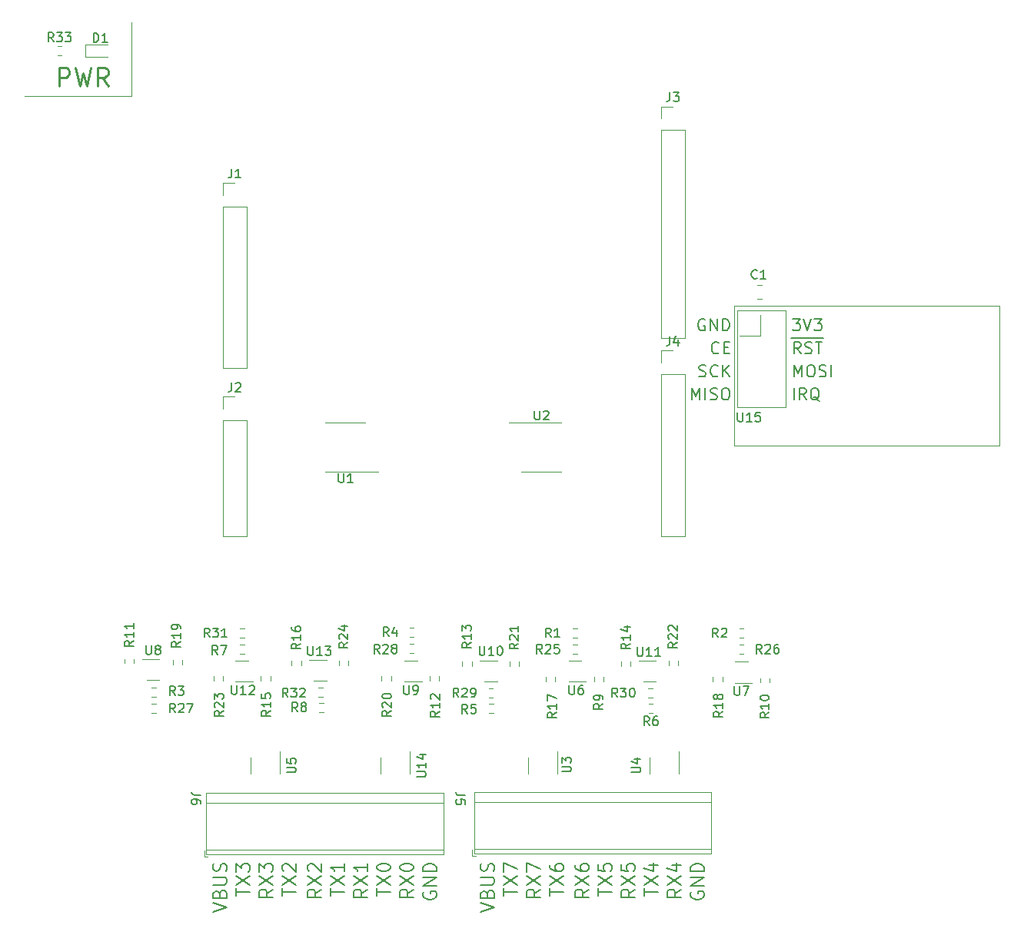
<source format=gto>
G04 #@! TF.GenerationSoftware,KiCad,Pcbnew,5.1.10-88a1d61d58~90~ubuntu20.04.1*
G04 #@! TF.CreationDate,2021-09-14T19:28:04-05:00*
G04 #@! TF.ProjectId,serial_logger_uart_expander,73657269-616c-45f6-9c6f-676765725f75,rev?*
G04 #@! TF.SameCoordinates,Original*
G04 #@! TF.FileFunction,Legend,Top*
G04 #@! TF.FilePolarity,Positive*
%FSLAX46Y46*%
G04 Gerber Fmt 4.6, Leading zero omitted, Abs format (unit mm)*
G04 Created by KiCad (PCBNEW 5.1.10-88a1d61d58~90~ubuntu20.04.1) date 2021-09-14 19:28:04*
%MOMM*%
%LPD*%
G01*
G04 APERTURE LIST*
%ADD10C,0.150000*%
%ADD11C,0.120000*%
%ADD12C,0.250000*%
%ADD13R,1.700000X1.700000*%
%ADD14O,1.700000X1.700000*%
%ADD15C,2.100000*%
%ADD16R,2.100000X2.100000*%
%ADD17R,0.600000X1.200000*%
%ADD18R,0.650000X0.400000*%
%ADD19R,1.524000X1.524000*%
%ADD20C,1.524000*%
G04 APERTURE END LIST*
D10*
X190275214Y-83362095D02*
X191079976Y-83362095D01*
X190646642Y-83857333D01*
X190832357Y-83857333D01*
X190956166Y-83919238D01*
X191018071Y-83981142D01*
X191079976Y-84104952D01*
X191079976Y-84414476D01*
X191018071Y-84538285D01*
X190956166Y-84600190D01*
X190832357Y-84662095D01*
X190460928Y-84662095D01*
X190337119Y-84600190D01*
X190275214Y-84538285D01*
X191451404Y-83362095D02*
X191884738Y-84662095D01*
X192318071Y-83362095D01*
X192627595Y-83362095D02*
X193432357Y-83362095D01*
X192999023Y-83857333D01*
X193184738Y-83857333D01*
X193308547Y-83919238D01*
X193370452Y-83981142D01*
X193432357Y-84104952D01*
X193432357Y-84414476D01*
X193370452Y-84538285D01*
X193308547Y-84600190D01*
X193184738Y-84662095D01*
X192813309Y-84662095D01*
X192689500Y-84600190D01*
X192627595Y-84538285D01*
X190089500Y-85483000D02*
X191389500Y-85483000D01*
X191141880Y-87202095D02*
X190708547Y-86583047D01*
X190399023Y-87202095D02*
X190399023Y-85902095D01*
X190894261Y-85902095D01*
X191018071Y-85964000D01*
X191079976Y-86025904D01*
X191141880Y-86149714D01*
X191141880Y-86335428D01*
X191079976Y-86459238D01*
X191018071Y-86521142D01*
X190894261Y-86583047D01*
X190399023Y-86583047D01*
X191389500Y-85483000D02*
X192627595Y-85483000D01*
X191637119Y-87140190D02*
X191822833Y-87202095D01*
X192132357Y-87202095D01*
X192256166Y-87140190D01*
X192318071Y-87078285D01*
X192379976Y-86954476D01*
X192379976Y-86830666D01*
X192318071Y-86706857D01*
X192256166Y-86644952D01*
X192132357Y-86583047D01*
X191884738Y-86521142D01*
X191760928Y-86459238D01*
X191699023Y-86397333D01*
X191637119Y-86273523D01*
X191637119Y-86149714D01*
X191699023Y-86025904D01*
X191760928Y-85964000D01*
X191884738Y-85902095D01*
X192194261Y-85902095D01*
X192379976Y-85964000D01*
X192627595Y-85483000D02*
X193618071Y-85483000D01*
X192751404Y-85902095D02*
X193494261Y-85902095D01*
X193122833Y-87202095D02*
X193122833Y-85902095D01*
X190399023Y-89742095D02*
X190399023Y-88442095D01*
X190832357Y-89370666D01*
X191265690Y-88442095D01*
X191265690Y-89742095D01*
X192132357Y-88442095D02*
X192379976Y-88442095D01*
X192503785Y-88504000D01*
X192627595Y-88627809D01*
X192689500Y-88875428D01*
X192689500Y-89308761D01*
X192627595Y-89556380D01*
X192503785Y-89680190D01*
X192379976Y-89742095D01*
X192132357Y-89742095D01*
X192008547Y-89680190D01*
X191884738Y-89556380D01*
X191822833Y-89308761D01*
X191822833Y-88875428D01*
X191884738Y-88627809D01*
X192008547Y-88504000D01*
X192132357Y-88442095D01*
X193184738Y-89680190D02*
X193370452Y-89742095D01*
X193679976Y-89742095D01*
X193803785Y-89680190D01*
X193865690Y-89618285D01*
X193927595Y-89494476D01*
X193927595Y-89370666D01*
X193865690Y-89246857D01*
X193803785Y-89184952D01*
X193679976Y-89123047D01*
X193432357Y-89061142D01*
X193308547Y-88999238D01*
X193246642Y-88937333D01*
X193184738Y-88813523D01*
X193184738Y-88689714D01*
X193246642Y-88565904D01*
X193308547Y-88504000D01*
X193432357Y-88442095D01*
X193741880Y-88442095D01*
X193927595Y-88504000D01*
X194484738Y-89742095D02*
X194484738Y-88442095D01*
X190399023Y-92282095D02*
X190399023Y-90982095D01*
X191760928Y-92282095D02*
X191327595Y-91663047D01*
X191018071Y-92282095D02*
X191018071Y-90982095D01*
X191513309Y-90982095D01*
X191637119Y-91044000D01*
X191699023Y-91105904D01*
X191760928Y-91229714D01*
X191760928Y-91415428D01*
X191699023Y-91539238D01*
X191637119Y-91601142D01*
X191513309Y-91663047D01*
X191018071Y-91663047D01*
X193184738Y-92405904D02*
X193060928Y-92344000D01*
X192937119Y-92220190D01*
X192751404Y-92034476D01*
X192627595Y-91972571D01*
X192503785Y-91972571D01*
X192565690Y-92282095D02*
X192441880Y-92220190D01*
X192318071Y-92096380D01*
X192256166Y-91848761D01*
X192256166Y-91415428D01*
X192318071Y-91167809D01*
X192441880Y-91044000D01*
X192565690Y-90982095D01*
X192813309Y-90982095D01*
X192937119Y-91044000D01*
X193060928Y-91167809D01*
X193122833Y-91415428D01*
X193122833Y-91848761D01*
X193060928Y-92096380D01*
X192937119Y-92220190D01*
X192813309Y-92282095D01*
X192565690Y-92282095D01*
X179149261Y-92282095D02*
X179149261Y-90982095D01*
X179582595Y-91910666D01*
X180015928Y-90982095D01*
X180015928Y-92282095D01*
X180634976Y-92282095D02*
X180634976Y-90982095D01*
X181192119Y-92220190D02*
X181377833Y-92282095D01*
X181687357Y-92282095D01*
X181811166Y-92220190D01*
X181873071Y-92158285D01*
X181934976Y-92034476D01*
X181934976Y-91910666D01*
X181873071Y-91786857D01*
X181811166Y-91724952D01*
X181687357Y-91663047D01*
X181439738Y-91601142D01*
X181315928Y-91539238D01*
X181254023Y-91477333D01*
X181192119Y-91353523D01*
X181192119Y-91229714D01*
X181254023Y-91105904D01*
X181315928Y-91044000D01*
X181439738Y-90982095D01*
X181749261Y-90982095D01*
X181934976Y-91044000D01*
X182739738Y-90982095D02*
X182987357Y-90982095D01*
X183111166Y-91044000D01*
X183234976Y-91167809D01*
X183296880Y-91415428D01*
X183296880Y-91848761D01*
X183234976Y-92096380D01*
X183111166Y-92220190D01*
X182987357Y-92282095D01*
X182739738Y-92282095D01*
X182615928Y-92220190D01*
X182492119Y-92096380D01*
X182430214Y-91848761D01*
X182430214Y-91415428D01*
X182492119Y-91167809D01*
X182615928Y-91044000D01*
X182739738Y-90982095D01*
X179954023Y-89680190D02*
X180139738Y-89742095D01*
X180449261Y-89742095D01*
X180573071Y-89680190D01*
X180634976Y-89618285D01*
X180696880Y-89494476D01*
X180696880Y-89370666D01*
X180634976Y-89246857D01*
X180573071Y-89184952D01*
X180449261Y-89123047D01*
X180201642Y-89061142D01*
X180077833Y-88999238D01*
X180015928Y-88937333D01*
X179954023Y-88813523D01*
X179954023Y-88689714D01*
X180015928Y-88565904D01*
X180077833Y-88504000D01*
X180201642Y-88442095D01*
X180511166Y-88442095D01*
X180696880Y-88504000D01*
X181996880Y-89618285D02*
X181934976Y-89680190D01*
X181749261Y-89742095D01*
X181625452Y-89742095D01*
X181439738Y-89680190D01*
X181315928Y-89556380D01*
X181254023Y-89432571D01*
X181192119Y-89184952D01*
X181192119Y-88999238D01*
X181254023Y-88751619D01*
X181315928Y-88627809D01*
X181439738Y-88504000D01*
X181625452Y-88442095D01*
X181749261Y-88442095D01*
X181934976Y-88504000D01*
X181996880Y-88565904D01*
X182554023Y-89742095D02*
X182554023Y-88442095D01*
X183296880Y-89742095D02*
X182739738Y-88999238D01*
X183296880Y-88442095D02*
X182554023Y-89184952D01*
X182120690Y-87078285D02*
X182058785Y-87140190D01*
X181873071Y-87202095D01*
X181749261Y-87202095D01*
X181563547Y-87140190D01*
X181439738Y-87016380D01*
X181377833Y-86892571D01*
X181315928Y-86644952D01*
X181315928Y-86459238D01*
X181377833Y-86211619D01*
X181439738Y-86087809D01*
X181563547Y-85964000D01*
X181749261Y-85902095D01*
X181873071Y-85902095D01*
X182058785Y-85964000D01*
X182120690Y-86025904D01*
X182677833Y-86521142D02*
X183111166Y-86521142D01*
X183296880Y-87202095D02*
X182677833Y-87202095D01*
X182677833Y-85902095D01*
X183296880Y-85902095D01*
X180573071Y-83424000D02*
X180449261Y-83362095D01*
X180263547Y-83362095D01*
X180077833Y-83424000D01*
X179954023Y-83547809D01*
X179892119Y-83671619D01*
X179830214Y-83919238D01*
X179830214Y-84104952D01*
X179892119Y-84352571D01*
X179954023Y-84476380D01*
X180077833Y-84600190D01*
X180263547Y-84662095D01*
X180387357Y-84662095D01*
X180573071Y-84600190D01*
X180634976Y-84538285D01*
X180634976Y-84104952D01*
X180387357Y-84104952D01*
X181192119Y-84662095D02*
X181192119Y-83362095D01*
X181934976Y-84662095D01*
X181934976Y-83362095D01*
X182554023Y-84662095D02*
X182554023Y-83362095D01*
X182863547Y-83362095D01*
X183049261Y-83424000D01*
X183173071Y-83547809D01*
X183234976Y-83671619D01*
X183296880Y-83919238D01*
X183296880Y-84104952D01*
X183234976Y-84352571D01*
X183173071Y-84476380D01*
X183049261Y-84600190D01*
X182863547Y-84662095D01*
X182554023Y-84662095D01*
X158436571Y-146956642D02*
X158436571Y-146099500D01*
X159936571Y-146528071D02*
X158436571Y-146528071D01*
X158436571Y-145742357D02*
X159936571Y-144742357D01*
X158436571Y-144742357D02*
X159936571Y-145742357D01*
X158436571Y-144313785D02*
X158436571Y-143313785D01*
X159936571Y-143956642D01*
X168850571Y-146956642D02*
X168850571Y-146099500D01*
X170350571Y-146528071D02*
X168850571Y-146528071D01*
X168850571Y-145742357D02*
X170350571Y-144742357D01*
X168850571Y-144742357D02*
X170350571Y-145742357D01*
X168850571Y-143456642D02*
X168850571Y-144170928D01*
X169564857Y-144242357D01*
X169493428Y-144170928D01*
X169422000Y-144028071D01*
X169422000Y-143670928D01*
X169493428Y-143528071D01*
X169564857Y-143456642D01*
X169707714Y-143385214D01*
X170064857Y-143385214D01*
X170207714Y-143456642D01*
X170279142Y-143528071D01*
X170350571Y-143670928D01*
X170350571Y-144028071D01*
X170279142Y-144170928D01*
X170207714Y-144242357D01*
X172890571Y-146242357D02*
X172176285Y-146742357D01*
X172890571Y-147099500D02*
X171390571Y-147099500D01*
X171390571Y-146528071D01*
X171462000Y-146385214D01*
X171533428Y-146313785D01*
X171676285Y-146242357D01*
X171890571Y-146242357D01*
X172033428Y-146313785D01*
X172104857Y-146385214D01*
X172176285Y-146528071D01*
X172176285Y-147099500D01*
X171390571Y-145742357D02*
X172890571Y-144742357D01*
X171390571Y-144742357D02*
X172890571Y-145742357D01*
X171390571Y-143456642D02*
X171390571Y-144170928D01*
X172104857Y-144242357D01*
X172033428Y-144170928D01*
X171962000Y-144028071D01*
X171962000Y-143670928D01*
X172033428Y-143528071D01*
X172104857Y-143456642D01*
X172247714Y-143385214D01*
X172604857Y-143385214D01*
X172747714Y-143456642D01*
X172819142Y-143528071D01*
X172890571Y-143670928D01*
X172890571Y-144028071D01*
X172819142Y-144170928D01*
X172747714Y-144242357D01*
X155896571Y-148742357D02*
X157396571Y-148242357D01*
X155896571Y-147742357D01*
X156610857Y-146742357D02*
X156682285Y-146528071D01*
X156753714Y-146456642D01*
X156896571Y-146385214D01*
X157110857Y-146385214D01*
X157253714Y-146456642D01*
X157325142Y-146528071D01*
X157396571Y-146670928D01*
X157396571Y-147242357D01*
X155896571Y-147242357D01*
X155896571Y-146742357D01*
X155968000Y-146599500D01*
X156039428Y-146528071D01*
X156182285Y-146456642D01*
X156325142Y-146456642D01*
X156468000Y-146528071D01*
X156539428Y-146599500D01*
X156610857Y-146742357D01*
X156610857Y-147242357D01*
X155896571Y-145742357D02*
X157110857Y-145742357D01*
X157253714Y-145670928D01*
X157325142Y-145599500D01*
X157396571Y-145456642D01*
X157396571Y-145170928D01*
X157325142Y-145028071D01*
X157253714Y-144956642D01*
X157110857Y-144885214D01*
X155896571Y-144885214D01*
X157325142Y-144242357D02*
X157396571Y-144028071D01*
X157396571Y-143670928D01*
X157325142Y-143528071D01*
X157253714Y-143456642D01*
X157110857Y-143385214D01*
X156968000Y-143385214D01*
X156825142Y-143456642D01*
X156753714Y-143528071D01*
X156682285Y-143670928D01*
X156610857Y-143956642D01*
X156539428Y-144099500D01*
X156468000Y-144170928D01*
X156325142Y-144242357D01*
X156182285Y-144242357D01*
X156039428Y-144170928D01*
X155968000Y-144099500D01*
X155896571Y-143956642D01*
X155896571Y-143599500D01*
X155968000Y-143385214D01*
X173930571Y-146956642D02*
X173930571Y-146099500D01*
X175430571Y-146528071D02*
X173930571Y-146528071D01*
X173930571Y-145742357D02*
X175430571Y-144742357D01*
X173930571Y-144742357D02*
X175430571Y-145742357D01*
X174430571Y-143528071D02*
X175430571Y-143528071D01*
X173859142Y-143885214D02*
X174930571Y-144242357D01*
X174930571Y-143313785D01*
X177970571Y-146242357D02*
X177256285Y-146742357D01*
X177970571Y-147099500D02*
X176470571Y-147099500D01*
X176470571Y-146528071D01*
X176542000Y-146385214D01*
X176613428Y-146313785D01*
X176756285Y-146242357D01*
X176970571Y-146242357D01*
X177113428Y-146313785D01*
X177184857Y-146385214D01*
X177256285Y-146528071D01*
X177256285Y-147099500D01*
X176470571Y-145742357D02*
X177970571Y-144742357D01*
X176470571Y-144742357D02*
X177970571Y-145742357D01*
X176970571Y-143528071D02*
X177970571Y-143528071D01*
X176399142Y-143885214D02*
X177470571Y-144242357D01*
X177470571Y-143313785D01*
X162476571Y-146242357D02*
X161762285Y-146742357D01*
X162476571Y-147099500D02*
X160976571Y-147099500D01*
X160976571Y-146528071D01*
X161048000Y-146385214D01*
X161119428Y-146313785D01*
X161262285Y-146242357D01*
X161476571Y-146242357D01*
X161619428Y-146313785D01*
X161690857Y-146385214D01*
X161762285Y-146528071D01*
X161762285Y-147099500D01*
X160976571Y-145742357D02*
X162476571Y-144742357D01*
X160976571Y-144742357D02*
X162476571Y-145742357D01*
X160976571Y-144313785D02*
X160976571Y-143313785D01*
X162476571Y-143956642D01*
X163516571Y-146956642D02*
X163516571Y-146099500D01*
X165016571Y-146528071D02*
X163516571Y-146528071D01*
X163516571Y-145742357D02*
X165016571Y-144742357D01*
X163516571Y-144742357D02*
X165016571Y-145742357D01*
X163516571Y-143528071D02*
X163516571Y-143813785D01*
X163588000Y-143956642D01*
X163659428Y-144028071D01*
X163873714Y-144170928D01*
X164159428Y-144242357D01*
X164730857Y-144242357D01*
X164873714Y-144170928D01*
X164945142Y-144099500D01*
X165016571Y-143956642D01*
X165016571Y-143670928D01*
X164945142Y-143528071D01*
X164873714Y-143456642D01*
X164730857Y-143385214D01*
X164373714Y-143385214D01*
X164230857Y-143456642D01*
X164159428Y-143528071D01*
X164088000Y-143670928D01*
X164088000Y-143956642D01*
X164159428Y-144099500D01*
X164230857Y-144170928D01*
X164373714Y-144242357D01*
X167810571Y-146242357D02*
X167096285Y-146742357D01*
X167810571Y-147099500D02*
X166310571Y-147099500D01*
X166310571Y-146528071D01*
X166382000Y-146385214D01*
X166453428Y-146313785D01*
X166596285Y-146242357D01*
X166810571Y-146242357D01*
X166953428Y-146313785D01*
X167024857Y-146385214D01*
X167096285Y-146528071D01*
X167096285Y-147099500D01*
X166310571Y-145742357D02*
X167810571Y-144742357D01*
X166310571Y-144742357D02*
X167810571Y-145742357D01*
X166310571Y-143528071D02*
X166310571Y-143813785D01*
X166382000Y-143956642D01*
X166453428Y-144028071D01*
X166667714Y-144170928D01*
X166953428Y-144242357D01*
X167524857Y-144242357D01*
X167667714Y-144170928D01*
X167739142Y-144099500D01*
X167810571Y-143956642D01*
X167810571Y-143670928D01*
X167739142Y-143528071D01*
X167667714Y-143456642D01*
X167524857Y-143385214D01*
X167167714Y-143385214D01*
X167024857Y-143456642D01*
X166953428Y-143528071D01*
X166882000Y-143670928D01*
X166882000Y-143956642D01*
X166953428Y-144099500D01*
X167024857Y-144170928D01*
X167167714Y-144242357D01*
X179082000Y-146528071D02*
X179010571Y-146670928D01*
X179010571Y-146885214D01*
X179082000Y-147099500D01*
X179224857Y-147242357D01*
X179367714Y-147313785D01*
X179653428Y-147385214D01*
X179867714Y-147385214D01*
X180153428Y-147313785D01*
X180296285Y-147242357D01*
X180439142Y-147099500D01*
X180510571Y-146885214D01*
X180510571Y-146742357D01*
X180439142Y-146528071D01*
X180367714Y-146456642D01*
X179867714Y-146456642D01*
X179867714Y-146742357D01*
X180510571Y-145813785D02*
X179010571Y-145813785D01*
X180510571Y-144956642D01*
X179010571Y-144956642D01*
X180510571Y-144242357D02*
X179010571Y-144242357D01*
X179010571Y-143885214D01*
X179082000Y-143670928D01*
X179224857Y-143528071D01*
X179367714Y-143456642D01*
X179653428Y-143385214D01*
X179867714Y-143385214D01*
X180153428Y-143456642D01*
X180296285Y-143528071D01*
X180439142Y-143670928D01*
X180510571Y-143885214D01*
X180510571Y-144242357D01*
X149618000Y-146528071D02*
X149546571Y-146670928D01*
X149546571Y-146885214D01*
X149618000Y-147099500D01*
X149760857Y-147242357D01*
X149903714Y-147313785D01*
X150189428Y-147385214D01*
X150403714Y-147385214D01*
X150689428Y-147313785D01*
X150832285Y-147242357D01*
X150975142Y-147099500D01*
X151046571Y-146885214D01*
X151046571Y-146742357D01*
X150975142Y-146528071D01*
X150903714Y-146456642D01*
X150403714Y-146456642D01*
X150403714Y-146742357D01*
X151046571Y-145813785D02*
X149546571Y-145813785D01*
X151046571Y-144956642D01*
X149546571Y-144956642D01*
X151046571Y-144242357D02*
X149546571Y-144242357D01*
X149546571Y-143885214D01*
X149618000Y-143670928D01*
X149760857Y-143528071D01*
X149903714Y-143456642D01*
X150189428Y-143385214D01*
X150403714Y-143385214D01*
X150689428Y-143456642D01*
X150832285Y-143528071D01*
X150975142Y-143670928D01*
X151046571Y-143885214D01*
X151046571Y-144242357D01*
X139386571Y-146956642D02*
X139386571Y-146099500D01*
X140886571Y-146528071D02*
X139386571Y-146528071D01*
X139386571Y-145742357D02*
X140886571Y-144742357D01*
X139386571Y-144742357D02*
X140886571Y-145742357D01*
X140886571Y-143385214D02*
X140886571Y-144242357D01*
X140886571Y-143813785D02*
X139386571Y-143813785D01*
X139600857Y-143956642D01*
X139743714Y-144099500D01*
X139815142Y-144242357D01*
X143426571Y-146242357D02*
X142712285Y-146742357D01*
X143426571Y-147099500D02*
X141926571Y-147099500D01*
X141926571Y-146528071D01*
X141998000Y-146385214D01*
X142069428Y-146313785D01*
X142212285Y-146242357D01*
X142426571Y-146242357D01*
X142569428Y-146313785D01*
X142640857Y-146385214D01*
X142712285Y-146528071D01*
X142712285Y-147099500D01*
X141926571Y-145742357D02*
X143426571Y-144742357D01*
X141926571Y-144742357D02*
X143426571Y-145742357D01*
X143426571Y-143385214D02*
X143426571Y-144242357D01*
X143426571Y-143813785D02*
X141926571Y-143813785D01*
X142140857Y-143956642D01*
X142283714Y-144099500D01*
X142355142Y-144242357D01*
X144466571Y-146956642D02*
X144466571Y-146099500D01*
X145966571Y-146528071D02*
X144466571Y-146528071D01*
X144466571Y-145742357D02*
X145966571Y-144742357D01*
X144466571Y-144742357D02*
X145966571Y-145742357D01*
X144466571Y-143885214D02*
X144466571Y-143742357D01*
X144538000Y-143599500D01*
X144609428Y-143528071D01*
X144752285Y-143456642D01*
X145038000Y-143385214D01*
X145395142Y-143385214D01*
X145680857Y-143456642D01*
X145823714Y-143528071D01*
X145895142Y-143599500D01*
X145966571Y-143742357D01*
X145966571Y-143885214D01*
X145895142Y-144028071D01*
X145823714Y-144099500D01*
X145680857Y-144170928D01*
X145395142Y-144242357D01*
X145038000Y-144242357D01*
X144752285Y-144170928D01*
X144609428Y-144099500D01*
X144538000Y-144028071D01*
X144466571Y-143885214D01*
X148506571Y-146242357D02*
X147792285Y-146742357D01*
X148506571Y-147099500D02*
X147006571Y-147099500D01*
X147006571Y-146528071D01*
X147078000Y-146385214D01*
X147149428Y-146313785D01*
X147292285Y-146242357D01*
X147506571Y-146242357D01*
X147649428Y-146313785D01*
X147720857Y-146385214D01*
X147792285Y-146528071D01*
X147792285Y-147099500D01*
X147006571Y-145742357D02*
X148506571Y-144742357D01*
X147006571Y-144742357D02*
X148506571Y-145742357D01*
X147006571Y-143885214D02*
X147006571Y-143742357D01*
X147078000Y-143599500D01*
X147149428Y-143528071D01*
X147292285Y-143456642D01*
X147578000Y-143385214D01*
X147935142Y-143385214D01*
X148220857Y-143456642D01*
X148363714Y-143528071D01*
X148435142Y-143599500D01*
X148506571Y-143742357D01*
X148506571Y-143885214D01*
X148435142Y-144028071D01*
X148363714Y-144099500D01*
X148220857Y-144170928D01*
X147935142Y-144242357D01*
X147578000Y-144242357D01*
X147292285Y-144170928D01*
X147149428Y-144099500D01*
X147078000Y-144028071D01*
X147006571Y-143885214D01*
X134052571Y-146956642D02*
X134052571Y-146099500D01*
X135552571Y-146528071D02*
X134052571Y-146528071D01*
X134052571Y-145742357D02*
X135552571Y-144742357D01*
X134052571Y-144742357D02*
X135552571Y-145742357D01*
X134195428Y-144242357D02*
X134124000Y-144170928D01*
X134052571Y-144028071D01*
X134052571Y-143670928D01*
X134124000Y-143528071D01*
X134195428Y-143456642D01*
X134338285Y-143385214D01*
X134481142Y-143385214D01*
X134695428Y-143456642D01*
X135552571Y-144313785D01*
X135552571Y-143385214D01*
X138346571Y-146242357D02*
X137632285Y-146742357D01*
X138346571Y-147099500D02*
X136846571Y-147099500D01*
X136846571Y-146528071D01*
X136918000Y-146385214D01*
X136989428Y-146313785D01*
X137132285Y-146242357D01*
X137346571Y-146242357D01*
X137489428Y-146313785D01*
X137560857Y-146385214D01*
X137632285Y-146528071D01*
X137632285Y-147099500D01*
X136846571Y-145742357D02*
X138346571Y-144742357D01*
X136846571Y-144742357D02*
X138346571Y-145742357D01*
X136989428Y-144242357D02*
X136918000Y-144170928D01*
X136846571Y-144028071D01*
X136846571Y-143670928D01*
X136918000Y-143528071D01*
X136989428Y-143456642D01*
X137132285Y-143385214D01*
X137275142Y-143385214D01*
X137489428Y-143456642D01*
X138346571Y-144313785D01*
X138346571Y-143385214D01*
X133012571Y-146242357D02*
X132298285Y-146742357D01*
X133012571Y-147099500D02*
X131512571Y-147099500D01*
X131512571Y-146528071D01*
X131584000Y-146385214D01*
X131655428Y-146313785D01*
X131798285Y-146242357D01*
X132012571Y-146242357D01*
X132155428Y-146313785D01*
X132226857Y-146385214D01*
X132298285Y-146528071D01*
X132298285Y-147099500D01*
X131512571Y-145742357D02*
X133012571Y-144742357D01*
X131512571Y-144742357D02*
X133012571Y-145742357D01*
X131512571Y-144313785D02*
X131512571Y-143385214D01*
X132084000Y-143885214D01*
X132084000Y-143670928D01*
X132155428Y-143528071D01*
X132226857Y-143456642D01*
X132369714Y-143385214D01*
X132726857Y-143385214D01*
X132869714Y-143456642D01*
X132941142Y-143528071D01*
X133012571Y-143670928D01*
X133012571Y-144099500D01*
X132941142Y-144242357D01*
X132869714Y-144313785D01*
X128972571Y-146956642D02*
X128972571Y-146099500D01*
X130472571Y-146528071D02*
X128972571Y-146528071D01*
X128972571Y-145742357D02*
X130472571Y-144742357D01*
X128972571Y-144742357D02*
X130472571Y-145742357D01*
X128972571Y-144313785D02*
X128972571Y-143385214D01*
X129544000Y-143885214D01*
X129544000Y-143670928D01*
X129615428Y-143528071D01*
X129686857Y-143456642D01*
X129829714Y-143385214D01*
X130186857Y-143385214D01*
X130329714Y-143456642D01*
X130401142Y-143528071D01*
X130472571Y-143670928D01*
X130472571Y-144099500D01*
X130401142Y-144242357D01*
X130329714Y-144313785D01*
X126432571Y-148742357D02*
X127932571Y-148242357D01*
X126432571Y-147742357D01*
X127146857Y-146742357D02*
X127218285Y-146528071D01*
X127289714Y-146456642D01*
X127432571Y-146385214D01*
X127646857Y-146385214D01*
X127789714Y-146456642D01*
X127861142Y-146528071D01*
X127932571Y-146670928D01*
X127932571Y-147242357D01*
X126432571Y-147242357D01*
X126432571Y-146742357D01*
X126504000Y-146599500D01*
X126575428Y-146528071D01*
X126718285Y-146456642D01*
X126861142Y-146456642D01*
X127004000Y-146528071D01*
X127075428Y-146599500D01*
X127146857Y-146742357D01*
X127146857Y-147242357D01*
X126432571Y-145742357D02*
X127646857Y-145742357D01*
X127789714Y-145670928D01*
X127861142Y-145599500D01*
X127932571Y-145456642D01*
X127932571Y-145170928D01*
X127861142Y-145028071D01*
X127789714Y-144956642D01*
X127646857Y-144885214D01*
X126432571Y-144885214D01*
X127861142Y-144242357D02*
X127932571Y-144028071D01*
X127932571Y-143670928D01*
X127861142Y-143528071D01*
X127789714Y-143456642D01*
X127646857Y-143385214D01*
X127504000Y-143385214D01*
X127361142Y-143456642D01*
X127289714Y-143528071D01*
X127218285Y-143670928D01*
X127146857Y-143956642D01*
X127075428Y-144099500D01*
X127004000Y-144170928D01*
X126861142Y-144242357D01*
X126718285Y-144242357D01*
X126575428Y-144170928D01*
X126504000Y-144099500D01*
X126432571Y-143956642D01*
X126432571Y-143599500D01*
X126504000Y-143385214D01*
D11*
X117400000Y-58800000D02*
X117400000Y-50700000D01*
X105700000Y-58800000D02*
X117400000Y-58800000D01*
D12*
X109433333Y-57704761D02*
X109433333Y-55704761D01*
X110195238Y-55704761D01*
X110385714Y-55800000D01*
X110480952Y-55895238D01*
X110576190Y-56085714D01*
X110576190Y-56371428D01*
X110480952Y-56561904D01*
X110385714Y-56657142D01*
X110195238Y-56752380D01*
X109433333Y-56752380D01*
X111242857Y-55704761D02*
X111719047Y-57704761D01*
X112100000Y-56276190D01*
X112480952Y-57704761D01*
X112957142Y-55704761D01*
X114861904Y-57704761D02*
X114195238Y-56752380D01*
X113719047Y-57704761D02*
X113719047Y-55704761D01*
X114480952Y-55704761D01*
X114671428Y-55800000D01*
X114766666Y-55895238D01*
X114861904Y-56085714D01*
X114861904Y-56371428D01*
X114766666Y-56561904D01*
X114671428Y-56657142D01*
X114480952Y-56752380D01*
X113719047Y-56752380D01*
D11*
X112315000Y-54485000D02*
X114800000Y-54485000D01*
X112315000Y-53115000D02*
X112315000Y-54485000D01*
X114800000Y-53115000D02*
X112315000Y-53115000D01*
X127470000Y-68370000D02*
X128800000Y-68370000D01*
X127470000Y-69700000D02*
X127470000Y-68370000D01*
X127470000Y-70970000D02*
X130130000Y-70970000D01*
X130130000Y-70970000D02*
X130130000Y-88810000D01*
X127470000Y-70970000D02*
X127470000Y-88810000D01*
X127470000Y-88810000D02*
X130130000Y-88810000D01*
X127470000Y-91950000D02*
X128800000Y-91950000D01*
X127470000Y-93280000D02*
X127470000Y-91950000D01*
X127470000Y-94550000D02*
X130130000Y-94550000D01*
X130130000Y-94550000D02*
X130130000Y-107310000D01*
X127470000Y-94550000D02*
X127470000Y-107310000D01*
X127470000Y-107310000D02*
X130130000Y-107310000D01*
X175730000Y-59960000D02*
X177060000Y-59960000D01*
X175730000Y-61290000D02*
X175730000Y-59960000D01*
X175730000Y-62560000D02*
X178390000Y-62560000D01*
X178390000Y-62560000D02*
X178390000Y-85480000D01*
X175730000Y-62560000D02*
X175730000Y-85480000D01*
X175730000Y-85480000D02*
X178390000Y-85480000D01*
X175730000Y-107310000D02*
X178390000Y-107310000D01*
X175730000Y-89470000D02*
X175730000Y-107310000D01*
X178390000Y-89470000D02*
X178390000Y-107310000D01*
X175730000Y-89470000D02*
X178390000Y-89470000D01*
X175730000Y-88200000D02*
X175730000Y-86870000D01*
X175730000Y-86870000D02*
X177060000Y-86870000D01*
X155180000Y-141750000D02*
X181280000Y-141750000D01*
X155180000Y-136650000D02*
X181280000Y-136650000D01*
X155180000Y-135530000D02*
X181280000Y-135530000D01*
X155180000Y-142270000D02*
X181280000Y-142270000D01*
X155180000Y-135530000D02*
X155180000Y-142270000D01*
X181280000Y-135530000D02*
X181280000Y-142270000D01*
X154940000Y-141870000D02*
X154940000Y-142510000D01*
X154940000Y-142510000D02*
X155340000Y-142510000D01*
X125440000Y-142610000D02*
X125840000Y-142610000D01*
X125440000Y-141970000D02*
X125440000Y-142610000D01*
X151780000Y-135630000D02*
X151780000Y-142370000D01*
X125680000Y-135630000D02*
X125680000Y-142370000D01*
X125680000Y-142370000D02*
X151780000Y-142370000D01*
X125680000Y-135630000D02*
X151780000Y-135630000D01*
X125680000Y-136750000D02*
X151780000Y-136750000D01*
X125680000Y-141850000D02*
X151780000Y-141850000D01*
X166062742Y-118522500D02*
X166537258Y-118522500D01*
X166062742Y-117477500D02*
X166537258Y-117477500D01*
X184362742Y-117477500D02*
X184837258Y-117477500D01*
X184362742Y-118522500D02*
X184837258Y-118522500D01*
X120137258Y-125022500D02*
X119662742Y-125022500D01*
X120137258Y-123977500D02*
X119662742Y-123977500D01*
X148062742Y-117377500D02*
X148537258Y-117377500D01*
X148062742Y-118422500D02*
X148537258Y-118422500D01*
X157312258Y-126822500D02*
X156837742Y-126822500D01*
X157312258Y-125777500D02*
X156837742Y-125777500D01*
X174862258Y-125777500D02*
X174387742Y-125777500D01*
X174862258Y-126822500D02*
X174387742Y-126822500D01*
X129362742Y-119277500D02*
X129837258Y-119277500D01*
X129362742Y-120322500D02*
X129837258Y-120322500D01*
X138562258Y-126722500D02*
X138087742Y-126722500D01*
X138562258Y-125677500D02*
X138087742Y-125677500D01*
X168377500Y-123337258D02*
X168377500Y-122862742D01*
X169422500Y-123337258D02*
X169422500Y-122862742D01*
X187722500Y-123437258D02*
X187722500Y-122962742D01*
X186677500Y-123437258D02*
X186677500Y-122962742D01*
X116677500Y-120862742D02*
X116677500Y-121337258D01*
X117722500Y-120862742D02*
X117722500Y-121337258D01*
X151322500Y-123237258D02*
X151322500Y-122762742D01*
X150277500Y-123237258D02*
X150277500Y-122762742D01*
X153877500Y-121162742D02*
X153877500Y-121637258D01*
X154922500Y-121162742D02*
X154922500Y-121637258D01*
X171377500Y-121162742D02*
X171377500Y-121637258D01*
X172422500Y-121162742D02*
X172422500Y-121637258D01*
X132722500Y-123212258D02*
X132722500Y-122737742D01*
X131677500Y-123212258D02*
X131677500Y-122737742D01*
X135077500Y-121087742D02*
X135077500Y-121562258D01*
X136122500Y-121087742D02*
X136122500Y-121562258D01*
X163077500Y-122862742D02*
X163077500Y-123337258D01*
X164122500Y-122862742D02*
X164122500Y-123337258D01*
X182522500Y-122862742D02*
X182522500Y-123337258D01*
X181477500Y-122862742D02*
X181477500Y-123337258D01*
X121977500Y-121437258D02*
X121977500Y-120962742D01*
X123022500Y-121437258D02*
X123022500Y-120962742D01*
X146022500Y-122762742D02*
X146022500Y-123237258D01*
X144977500Y-122762742D02*
X144977500Y-123237258D01*
X159077500Y-121637258D02*
X159077500Y-121162742D01*
X160122500Y-121637258D02*
X160122500Y-121162742D01*
X176577500Y-121537258D02*
X176577500Y-121062742D01*
X177622500Y-121537258D02*
X177622500Y-121062742D01*
X127522500Y-122762742D02*
X127522500Y-123237258D01*
X126477500Y-122762742D02*
X126477500Y-123237258D01*
X140277500Y-121562258D02*
X140277500Y-121087742D01*
X141322500Y-121562258D02*
X141322500Y-121087742D01*
X166062742Y-119277500D02*
X166537258Y-119277500D01*
X166062742Y-120322500D02*
X166537258Y-120322500D01*
X184362742Y-120322500D02*
X184837258Y-120322500D01*
X184362742Y-119277500D02*
X184837258Y-119277500D01*
X120137258Y-125777500D02*
X119662742Y-125777500D01*
X120137258Y-126822500D02*
X119662742Y-126822500D01*
X148062742Y-120222500D02*
X148537258Y-120222500D01*
X148062742Y-119177500D02*
X148537258Y-119177500D01*
X157237258Y-125122500D02*
X156762742Y-125122500D01*
X157237258Y-124077500D02*
X156762742Y-124077500D01*
X174812258Y-124077500D02*
X174337742Y-124077500D01*
X174812258Y-125122500D02*
X174337742Y-125122500D01*
X129362742Y-118522500D02*
X129837258Y-118522500D01*
X129362742Y-117477500D02*
X129837258Y-117477500D01*
X138512258Y-123977500D02*
X138037742Y-123977500D01*
X138512258Y-125022500D02*
X138037742Y-125022500D01*
X109262742Y-54322500D02*
X109737258Y-54322500D01*
X109262742Y-53277500D02*
X109737258Y-53277500D01*
X141000000Y-100235000D02*
X144600000Y-100235000D01*
X141000000Y-100235000D02*
X138800000Y-100235000D01*
X141000000Y-94765000D02*
X143200000Y-94765000D01*
X141000000Y-94765000D02*
X138800000Y-94765000D01*
X162600000Y-100235000D02*
X164800000Y-100235000D01*
X162600000Y-100235000D02*
X160400000Y-100235000D01*
X162600000Y-94765000D02*
X164800000Y-94765000D01*
X162600000Y-94765000D02*
X159000000Y-94765000D01*
X164310000Y-133500000D02*
X164310000Y-131050000D01*
X161090000Y-131700000D02*
X161090000Y-133500000D01*
X174490000Y-131700000D02*
X174490000Y-133500000D01*
X177710000Y-133500000D02*
X177710000Y-131050000D01*
X133810000Y-133500000D02*
X133810000Y-131050000D01*
X130590000Y-131700000D02*
X130590000Y-133500000D01*
X167000000Y-121040000D02*
X165600000Y-121040000D01*
X165600000Y-123360000D02*
X167500000Y-123360000D01*
X183900000Y-123460000D02*
X185800000Y-123460000D01*
X185300000Y-121140000D02*
X183900000Y-121140000D01*
X120500000Y-120840000D02*
X118600000Y-120840000D01*
X119100000Y-123160000D02*
X120500000Y-123160000D01*
X148900000Y-121040000D02*
X147500000Y-121040000D01*
X147500000Y-123360000D02*
X149400000Y-123360000D01*
X156300000Y-123360000D02*
X157700000Y-123360000D01*
X157700000Y-121040000D02*
X155800000Y-121040000D01*
X173800000Y-123360000D02*
X175200000Y-123360000D01*
X175200000Y-121040000D02*
X173300000Y-121040000D01*
X128900000Y-123360000D02*
X130800000Y-123360000D01*
X130300000Y-121040000D02*
X128900000Y-121040000D01*
X138900000Y-120940000D02*
X137000000Y-120940000D01*
X137500000Y-123260000D02*
X138900000Y-123260000D01*
X144890000Y-131700000D02*
X144890000Y-133500000D01*
X148110000Y-133500000D02*
X148110000Y-131050000D01*
X184130000Y-82476000D02*
X184130000Y-82476000D01*
X184130000Y-93144000D02*
X184130000Y-82476000D01*
X183800000Y-81900000D02*
X183800000Y-81900000D01*
X183800000Y-97350000D02*
X183800000Y-81900000D01*
X213000000Y-97350000D02*
X183800000Y-97350000D01*
X213000000Y-81900000D02*
X213000000Y-97350000D01*
X183800000Y-81900000D02*
X213000000Y-81900000D01*
X184384000Y-85270000D02*
X184384000Y-85270000D01*
X186670000Y-85270000D02*
X184384000Y-85270000D01*
X186670000Y-82984000D02*
X186670000Y-85270000D01*
X184130000Y-93144000D02*
X184130000Y-93144000D01*
X189464000Y-93144000D02*
X184130000Y-93144000D01*
X189464000Y-82476000D02*
X189464000Y-93144000D01*
X184130000Y-82476000D02*
X189464000Y-82476000D01*
X186861252Y-79665000D02*
X186338748Y-79665000D01*
X186861252Y-81135000D02*
X186338748Y-81135000D01*
D10*
X113261904Y-52872380D02*
X113261904Y-51872380D01*
X113500000Y-51872380D01*
X113642857Y-51920000D01*
X113738095Y-52015238D01*
X113785714Y-52110476D01*
X113833333Y-52300952D01*
X113833333Y-52443809D01*
X113785714Y-52634285D01*
X113738095Y-52729523D01*
X113642857Y-52824761D01*
X113500000Y-52872380D01*
X113261904Y-52872380D01*
X114785714Y-52872380D02*
X114214285Y-52872380D01*
X114500000Y-52872380D02*
X114500000Y-51872380D01*
X114404761Y-52015238D01*
X114309523Y-52110476D01*
X114214285Y-52158095D01*
X128466666Y-66822380D02*
X128466666Y-67536666D01*
X128419047Y-67679523D01*
X128323809Y-67774761D01*
X128180952Y-67822380D01*
X128085714Y-67822380D01*
X129466666Y-67822380D02*
X128895238Y-67822380D01*
X129180952Y-67822380D02*
X129180952Y-66822380D01*
X129085714Y-66965238D01*
X128990476Y-67060476D01*
X128895238Y-67108095D01*
X128466666Y-90402380D02*
X128466666Y-91116666D01*
X128419047Y-91259523D01*
X128323809Y-91354761D01*
X128180952Y-91402380D01*
X128085714Y-91402380D01*
X128895238Y-90497619D02*
X128942857Y-90450000D01*
X129038095Y-90402380D01*
X129276190Y-90402380D01*
X129371428Y-90450000D01*
X129419047Y-90497619D01*
X129466666Y-90592857D01*
X129466666Y-90688095D01*
X129419047Y-90830952D01*
X128847619Y-91402380D01*
X129466666Y-91402380D01*
X176726666Y-58412380D02*
X176726666Y-59126666D01*
X176679047Y-59269523D01*
X176583809Y-59364761D01*
X176440952Y-59412380D01*
X176345714Y-59412380D01*
X177107619Y-58412380D02*
X177726666Y-58412380D01*
X177393333Y-58793333D01*
X177536190Y-58793333D01*
X177631428Y-58840952D01*
X177679047Y-58888571D01*
X177726666Y-58983809D01*
X177726666Y-59221904D01*
X177679047Y-59317142D01*
X177631428Y-59364761D01*
X177536190Y-59412380D01*
X177250476Y-59412380D01*
X177155238Y-59364761D01*
X177107619Y-59317142D01*
X176726666Y-85322380D02*
X176726666Y-86036666D01*
X176679047Y-86179523D01*
X176583809Y-86274761D01*
X176440952Y-86322380D01*
X176345714Y-86322380D01*
X177631428Y-85655714D02*
X177631428Y-86322380D01*
X177393333Y-85274761D02*
X177155238Y-85989047D01*
X177774285Y-85989047D01*
X154172619Y-135899666D02*
X153458333Y-135899666D01*
X153315476Y-135852047D01*
X153220238Y-135756809D01*
X153172619Y-135613952D01*
X153172619Y-135518714D01*
X154172619Y-136852047D02*
X154172619Y-136375857D01*
X153696428Y-136328238D01*
X153744047Y-136375857D01*
X153791666Y-136471095D01*
X153791666Y-136709190D01*
X153744047Y-136804428D01*
X153696428Y-136852047D01*
X153601190Y-136899666D01*
X153363095Y-136899666D01*
X153267857Y-136852047D01*
X153220238Y-136804428D01*
X153172619Y-136709190D01*
X153172619Y-136471095D01*
X153220238Y-136375857D01*
X153267857Y-136328238D01*
X125047619Y-135866666D02*
X124333333Y-135866666D01*
X124190476Y-135819047D01*
X124095238Y-135723809D01*
X124047619Y-135580952D01*
X124047619Y-135485714D01*
X125047619Y-136771428D02*
X125047619Y-136580952D01*
X125000000Y-136485714D01*
X124952380Y-136438095D01*
X124809523Y-136342857D01*
X124619047Y-136295238D01*
X124238095Y-136295238D01*
X124142857Y-136342857D01*
X124095238Y-136390476D01*
X124047619Y-136485714D01*
X124047619Y-136676190D01*
X124095238Y-136771428D01*
X124142857Y-136819047D01*
X124238095Y-136866666D01*
X124476190Y-136866666D01*
X124571428Y-136819047D01*
X124619047Y-136771428D01*
X124666666Y-136676190D01*
X124666666Y-136485714D01*
X124619047Y-136390476D01*
X124571428Y-136342857D01*
X124476190Y-136295238D01*
X163633333Y-118452380D02*
X163300000Y-117976190D01*
X163061904Y-118452380D02*
X163061904Y-117452380D01*
X163442857Y-117452380D01*
X163538095Y-117500000D01*
X163585714Y-117547619D01*
X163633333Y-117642857D01*
X163633333Y-117785714D01*
X163585714Y-117880952D01*
X163538095Y-117928571D01*
X163442857Y-117976190D01*
X163061904Y-117976190D01*
X164585714Y-118452380D02*
X164014285Y-118452380D01*
X164300000Y-118452380D02*
X164300000Y-117452380D01*
X164204761Y-117595238D01*
X164109523Y-117690476D01*
X164014285Y-117738095D01*
X182033333Y-118452380D02*
X181700000Y-117976190D01*
X181461904Y-118452380D02*
X181461904Y-117452380D01*
X181842857Y-117452380D01*
X181938095Y-117500000D01*
X181985714Y-117547619D01*
X182033333Y-117642857D01*
X182033333Y-117785714D01*
X181985714Y-117880952D01*
X181938095Y-117928571D01*
X181842857Y-117976190D01*
X181461904Y-117976190D01*
X182414285Y-117547619D02*
X182461904Y-117500000D01*
X182557142Y-117452380D01*
X182795238Y-117452380D01*
X182890476Y-117500000D01*
X182938095Y-117547619D01*
X182985714Y-117642857D01*
X182985714Y-117738095D01*
X182938095Y-117880952D01*
X182366666Y-118452380D01*
X182985714Y-118452380D01*
X122233333Y-124852380D02*
X121900000Y-124376190D01*
X121661904Y-124852380D02*
X121661904Y-123852380D01*
X122042857Y-123852380D01*
X122138095Y-123900000D01*
X122185714Y-123947619D01*
X122233333Y-124042857D01*
X122233333Y-124185714D01*
X122185714Y-124280952D01*
X122138095Y-124328571D01*
X122042857Y-124376190D01*
X121661904Y-124376190D01*
X122566666Y-123852380D02*
X123185714Y-123852380D01*
X122852380Y-124233333D01*
X122995238Y-124233333D01*
X123090476Y-124280952D01*
X123138095Y-124328571D01*
X123185714Y-124423809D01*
X123185714Y-124661904D01*
X123138095Y-124757142D01*
X123090476Y-124804761D01*
X122995238Y-124852380D01*
X122709523Y-124852380D01*
X122614285Y-124804761D01*
X122566666Y-124757142D01*
X145758333Y-118352380D02*
X145425000Y-117876190D01*
X145186904Y-118352380D02*
X145186904Y-117352380D01*
X145567857Y-117352380D01*
X145663095Y-117400000D01*
X145710714Y-117447619D01*
X145758333Y-117542857D01*
X145758333Y-117685714D01*
X145710714Y-117780952D01*
X145663095Y-117828571D01*
X145567857Y-117876190D01*
X145186904Y-117876190D01*
X146615476Y-117685714D02*
X146615476Y-118352380D01*
X146377380Y-117304761D02*
X146139285Y-118019047D01*
X146758333Y-118019047D01*
X154433333Y-126852380D02*
X154100000Y-126376190D01*
X153861904Y-126852380D02*
X153861904Y-125852380D01*
X154242857Y-125852380D01*
X154338095Y-125900000D01*
X154385714Y-125947619D01*
X154433333Y-126042857D01*
X154433333Y-126185714D01*
X154385714Y-126280952D01*
X154338095Y-126328571D01*
X154242857Y-126376190D01*
X153861904Y-126376190D01*
X155338095Y-125852380D02*
X154861904Y-125852380D01*
X154814285Y-126328571D01*
X154861904Y-126280952D01*
X154957142Y-126233333D01*
X155195238Y-126233333D01*
X155290476Y-126280952D01*
X155338095Y-126328571D01*
X155385714Y-126423809D01*
X155385714Y-126661904D01*
X155338095Y-126757142D01*
X155290476Y-126804761D01*
X155195238Y-126852380D01*
X154957142Y-126852380D01*
X154861904Y-126804761D01*
X154814285Y-126757142D01*
X174458333Y-128182380D02*
X174125000Y-127706190D01*
X173886904Y-128182380D02*
X173886904Y-127182380D01*
X174267857Y-127182380D01*
X174363095Y-127230000D01*
X174410714Y-127277619D01*
X174458333Y-127372857D01*
X174458333Y-127515714D01*
X174410714Y-127610952D01*
X174363095Y-127658571D01*
X174267857Y-127706190D01*
X173886904Y-127706190D01*
X175315476Y-127182380D02*
X175125000Y-127182380D01*
X175029761Y-127230000D01*
X174982142Y-127277619D01*
X174886904Y-127420476D01*
X174839285Y-127610952D01*
X174839285Y-127991904D01*
X174886904Y-128087142D01*
X174934523Y-128134761D01*
X175029761Y-128182380D01*
X175220238Y-128182380D01*
X175315476Y-128134761D01*
X175363095Y-128087142D01*
X175410714Y-127991904D01*
X175410714Y-127753809D01*
X175363095Y-127658571D01*
X175315476Y-127610952D01*
X175220238Y-127563333D01*
X175029761Y-127563333D01*
X174934523Y-127610952D01*
X174886904Y-127658571D01*
X174839285Y-127753809D01*
X126933333Y-120352380D02*
X126600000Y-119876190D01*
X126361904Y-120352380D02*
X126361904Y-119352380D01*
X126742857Y-119352380D01*
X126838095Y-119400000D01*
X126885714Y-119447619D01*
X126933333Y-119542857D01*
X126933333Y-119685714D01*
X126885714Y-119780952D01*
X126838095Y-119828571D01*
X126742857Y-119876190D01*
X126361904Y-119876190D01*
X127266666Y-119352380D02*
X127933333Y-119352380D01*
X127504761Y-120352380D01*
X135733333Y-126652380D02*
X135400000Y-126176190D01*
X135161904Y-126652380D02*
X135161904Y-125652380D01*
X135542857Y-125652380D01*
X135638095Y-125700000D01*
X135685714Y-125747619D01*
X135733333Y-125842857D01*
X135733333Y-125985714D01*
X135685714Y-126080952D01*
X135638095Y-126128571D01*
X135542857Y-126176190D01*
X135161904Y-126176190D01*
X136304761Y-126080952D02*
X136209523Y-126033333D01*
X136161904Y-125985714D01*
X136114285Y-125890476D01*
X136114285Y-125842857D01*
X136161904Y-125747619D01*
X136209523Y-125700000D01*
X136304761Y-125652380D01*
X136495238Y-125652380D01*
X136590476Y-125700000D01*
X136638095Y-125747619D01*
X136685714Y-125842857D01*
X136685714Y-125890476D01*
X136638095Y-125985714D01*
X136590476Y-126033333D01*
X136495238Y-126080952D01*
X136304761Y-126080952D01*
X136209523Y-126128571D01*
X136161904Y-126176190D01*
X136114285Y-126271428D01*
X136114285Y-126461904D01*
X136161904Y-126557142D01*
X136209523Y-126604761D01*
X136304761Y-126652380D01*
X136495238Y-126652380D01*
X136590476Y-126604761D01*
X136638095Y-126557142D01*
X136685714Y-126461904D01*
X136685714Y-126271428D01*
X136638095Y-126176190D01*
X136590476Y-126128571D01*
X136495238Y-126080952D01*
X169352380Y-125766666D02*
X168876190Y-126100000D01*
X169352380Y-126338095D02*
X168352380Y-126338095D01*
X168352380Y-125957142D01*
X168400000Y-125861904D01*
X168447619Y-125814285D01*
X168542857Y-125766666D01*
X168685714Y-125766666D01*
X168780952Y-125814285D01*
X168828571Y-125861904D01*
X168876190Y-125957142D01*
X168876190Y-126338095D01*
X169352380Y-125290476D02*
X169352380Y-125100000D01*
X169304761Y-125004761D01*
X169257142Y-124957142D01*
X169114285Y-124861904D01*
X168923809Y-124814285D01*
X168542857Y-124814285D01*
X168447619Y-124861904D01*
X168400000Y-124909523D01*
X168352380Y-125004761D01*
X168352380Y-125195238D01*
X168400000Y-125290476D01*
X168447619Y-125338095D01*
X168542857Y-125385714D01*
X168780952Y-125385714D01*
X168876190Y-125338095D01*
X168923809Y-125290476D01*
X168971428Y-125195238D01*
X168971428Y-125004761D01*
X168923809Y-124909523D01*
X168876190Y-124861904D01*
X168780952Y-124814285D01*
X187652380Y-126742857D02*
X187176190Y-127076190D01*
X187652380Y-127314285D02*
X186652380Y-127314285D01*
X186652380Y-126933333D01*
X186700000Y-126838095D01*
X186747619Y-126790476D01*
X186842857Y-126742857D01*
X186985714Y-126742857D01*
X187080952Y-126790476D01*
X187128571Y-126838095D01*
X187176190Y-126933333D01*
X187176190Y-127314285D01*
X187652380Y-125790476D02*
X187652380Y-126361904D01*
X187652380Y-126076190D02*
X186652380Y-126076190D01*
X186795238Y-126171428D01*
X186890476Y-126266666D01*
X186938095Y-126361904D01*
X186652380Y-125171428D02*
X186652380Y-125076190D01*
X186700000Y-124980952D01*
X186747619Y-124933333D01*
X186842857Y-124885714D01*
X187033333Y-124838095D01*
X187271428Y-124838095D01*
X187461904Y-124885714D01*
X187557142Y-124933333D01*
X187604761Y-124980952D01*
X187652380Y-125076190D01*
X187652380Y-125171428D01*
X187604761Y-125266666D01*
X187557142Y-125314285D01*
X187461904Y-125361904D01*
X187271428Y-125409523D01*
X187033333Y-125409523D01*
X186842857Y-125361904D01*
X186747619Y-125314285D01*
X186700000Y-125266666D01*
X186652380Y-125171428D01*
X117652380Y-118842857D02*
X117176190Y-119176190D01*
X117652380Y-119414285D02*
X116652380Y-119414285D01*
X116652380Y-119033333D01*
X116700000Y-118938095D01*
X116747619Y-118890476D01*
X116842857Y-118842857D01*
X116985714Y-118842857D01*
X117080952Y-118890476D01*
X117128571Y-118938095D01*
X117176190Y-119033333D01*
X117176190Y-119414285D01*
X117652380Y-117890476D02*
X117652380Y-118461904D01*
X117652380Y-118176190D02*
X116652380Y-118176190D01*
X116795238Y-118271428D01*
X116890476Y-118366666D01*
X116938095Y-118461904D01*
X117652380Y-116938095D02*
X117652380Y-117509523D01*
X117652380Y-117223809D02*
X116652380Y-117223809D01*
X116795238Y-117319047D01*
X116890476Y-117414285D01*
X116938095Y-117509523D01*
X151352380Y-126617857D02*
X150876190Y-126951190D01*
X151352380Y-127189285D02*
X150352380Y-127189285D01*
X150352380Y-126808333D01*
X150400000Y-126713095D01*
X150447619Y-126665476D01*
X150542857Y-126617857D01*
X150685714Y-126617857D01*
X150780952Y-126665476D01*
X150828571Y-126713095D01*
X150876190Y-126808333D01*
X150876190Y-127189285D01*
X151352380Y-125665476D02*
X151352380Y-126236904D01*
X151352380Y-125951190D02*
X150352380Y-125951190D01*
X150495238Y-126046428D01*
X150590476Y-126141666D01*
X150638095Y-126236904D01*
X150447619Y-125284523D02*
X150400000Y-125236904D01*
X150352380Y-125141666D01*
X150352380Y-124903571D01*
X150400000Y-124808333D01*
X150447619Y-124760714D01*
X150542857Y-124713095D01*
X150638095Y-124713095D01*
X150780952Y-124760714D01*
X151352380Y-125332142D01*
X151352380Y-124713095D01*
X154852380Y-119042857D02*
X154376190Y-119376190D01*
X154852380Y-119614285D02*
X153852380Y-119614285D01*
X153852380Y-119233333D01*
X153900000Y-119138095D01*
X153947619Y-119090476D01*
X154042857Y-119042857D01*
X154185714Y-119042857D01*
X154280952Y-119090476D01*
X154328571Y-119138095D01*
X154376190Y-119233333D01*
X154376190Y-119614285D01*
X154852380Y-118090476D02*
X154852380Y-118661904D01*
X154852380Y-118376190D02*
X153852380Y-118376190D01*
X153995238Y-118471428D01*
X154090476Y-118566666D01*
X154138095Y-118661904D01*
X153852380Y-117757142D02*
X153852380Y-117138095D01*
X154233333Y-117471428D01*
X154233333Y-117328571D01*
X154280952Y-117233333D01*
X154328571Y-117185714D01*
X154423809Y-117138095D01*
X154661904Y-117138095D01*
X154757142Y-117185714D01*
X154804761Y-117233333D01*
X154852380Y-117328571D01*
X154852380Y-117614285D01*
X154804761Y-117709523D01*
X154757142Y-117757142D01*
X172352380Y-119142857D02*
X171876190Y-119476190D01*
X172352380Y-119714285D02*
X171352380Y-119714285D01*
X171352380Y-119333333D01*
X171400000Y-119238095D01*
X171447619Y-119190476D01*
X171542857Y-119142857D01*
X171685714Y-119142857D01*
X171780952Y-119190476D01*
X171828571Y-119238095D01*
X171876190Y-119333333D01*
X171876190Y-119714285D01*
X172352380Y-118190476D02*
X172352380Y-118761904D01*
X172352380Y-118476190D02*
X171352380Y-118476190D01*
X171495238Y-118571428D01*
X171590476Y-118666666D01*
X171638095Y-118761904D01*
X171685714Y-117333333D02*
X172352380Y-117333333D01*
X171304761Y-117571428D02*
X172019047Y-117809523D01*
X172019047Y-117190476D01*
X132752380Y-126542857D02*
X132276190Y-126876190D01*
X132752380Y-127114285D02*
X131752380Y-127114285D01*
X131752380Y-126733333D01*
X131800000Y-126638095D01*
X131847619Y-126590476D01*
X131942857Y-126542857D01*
X132085714Y-126542857D01*
X132180952Y-126590476D01*
X132228571Y-126638095D01*
X132276190Y-126733333D01*
X132276190Y-127114285D01*
X132752380Y-125590476D02*
X132752380Y-126161904D01*
X132752380Y-125876190D02*
X131752380Y-125876190D01*
X131895238Y-125971428D01*
X131990476Y-126066666D01*
X132038095Y-126161904D01*
X131752380Y-124685714D02*
X131752380Y-125161904D01*
X132228571Y-125209523D01*
X132180952Y-125161904D01*
X132133333Y-125066666D01*
X132133333Y-124828571D01*
X132180952Y-124733333D01*
X132228571Y-124685714D01*
X132323809Y-124638095D01*
X132561904Y-124638095D01*
X132657142Y-124685714D01*
X132704761Y-124733333D01*
X132752380Y-124828571D01*
X132752380Y-125066666D01*
X132704761Y-125161904D01*
X132657142Y-125209523D01*
X136052380Y-119142857D02*
X135576190Y-119476190D01*
X136052380Y-119714285D02*
X135052380Y-119714285D01*
X135052380Y-119333333D01*
X135100000Y-119238095D01*
X135147619Y-119190476D01*
X135242857Y-119142857D01*
X135385714Y-119142857D01*
X135480952Y-119190476D01*
X135528571Y-119238095D01*
X135576190Y-119333333D01*
X135576190Y-119714285D01*
X136052380Y-118190476D02*
X136052380Y-118761904D01*
X136052380Y-118476190D02*
X135052380Y-118476190D01*
X135195238Y-118571428D01*
X135290476Y-118666666D01*
X135338095Y-118761904D01*
X135052380Y-117333333D02*
X135052380Y-117523809D01*
X135100000Y-117619047D01*
X135147619Y-117666666D01*
X135290476Y-117761904D01*
X135480952Y-117809523D01*
X135861904Y-117809523D01*
X135957142Y-117761904D01*
X136004761Y-117714285D01*
X136052380Y-117619047D01*
X136052380Y-117428571D01*
X136004761Y-117333333D01*
X135957142Y-117285714D01*
X135861904Y-117238095D01*
X135623809Y-117238095D01*
X135528571Y-117285714D01*
X135480952Y-117333333D01*
X135433333Y-117428571D01*
X135433333Y-117619047D01*
X135480952Y-117714285D01*
X135528571Y-117761904D01*
X135623809Y-117809523D01*
X164252380Y-126742857D02*
X163776190Y-127076190D01*
X164252380Y-127314285D02*
X163252380Y-127314285D01*
X163252380Y-126933333D01*
X163300000Y-126838095D01*
X163347619Y-126790476D01*
X163442857Y-126742857D01*
X163585714Y-126742857D01*
X163680952Y-126790476D01*
X163728571Y-126838095D01*
X163776190Y-126933333D01*
X163776190Y-127314285D01*
X164252380Y-125790476D02*
X164252380Y-126361904D01*
X164252380Y-126076190D02*
X163252380Y-126076190D01*
X163395238Y-126171428D01*
X163490476Y-126266666D01*
X163538095Y-126361904D01*
X163252380Y-125457142D02*
X163252380Y-124790476D01*
X164252380Y-125219047D01*
X182552380Y-126642857D02*
X182076190Y-126976190D01*
X182552380Y-127214285D02*
X181552380Y-127214285D01*
X181552380Y-126833333D01*
X181600000Y-126738095D01*
X181647619Y-126690476D01*
X181742857Y-126642857D01*
X181885714Y-126642857D01*
X181980952Y-126690476D01*
X182028571Y-126738095D01*
X182076190Y-126833333D01*
X182076190Y-127214285D01*
X182552380Y-125690476D02*
X182552380Y-126261904D01*
X182552380Y-125976190D02*
X181552380Y-125976190D01*
X181695238Y-126071428D01*
X181790476Y-126166666D01*
X181838095Y-126261904D01*
X181980952Y-125119047D02*
X181933333Y-125214285D01*
X181885714Y-125261904D01*
X181790476Y-125309523D01*
X181742857Y-125309523D01*
X181647619Y-125261904D01*
X181600000Y-125214285D01*
X181552380Y-125119047D01*
X181552380Y-124928571D01*
X181600000Y-124833333D01*
X181647619Y-124785714D01*
X181742857Y-124738095D01*
X181790476Y-124738095D01*
X181885714Y-124785714D01*
X181933333Y-124833333D01*
X181980952Y-124928571D01*
X181980952Y-125119047D01*
X182028571Y-125214285D01*
X182076190Y-125261904D01*
X182171428Y-125309523D01*
X182361904Y-125309523D01*
X182457142Y-125261904D01*
X182504761Y-125214285D01*
X182552380Y-125119047D01*
X182552380Y-124928571D01*
X182504761Y-124833333D01*
X182457142Y-124785714D01*
X182361904Y-124738095D01*
X182171428Y-124738095D01*
X182076190Y-124785714D01*
X182028571Y-124833333D01*
X181980952Y-124928571D01*
X122852380Y-118942857D02*
X122376190Y-119276190D01*
X122852380Y-119514285D02*
X121852380Y-119514285D01*
X121852380Y-119133333D01*
X121900000Y-119038095D01*
X121947619Y-118990476D01*
X122042857Y-118942857D01*
X122185714Y-118942857D01*
X122280952Y-118990476D01*
X122328571Y-119038095D01*
X122376190Y-119133333D01*
X122376190Y-119514285D01*
X122852380Y-117990476D02*
X122852380Y-118561904D01*
X122852380Y-118276190D02*
X121852380Y-118276190D01*
X121995238Y-118371428D01*
X122090476Y-118466666D01*
X122138095Y-118561904D01*
X122852380Y-117514285D02*
X122852380Y-117323809D01*
X122804761Y-117228571D01*
X122757142Y-117180952D01*
X122614285Y-117085714D01*
X122423809Y-117038095D01*
X122042857Y-117038095D01*
X121947619Y-117085714D01*
X121900000Y-117133333D01*
X121852380Y-117228571D01*
X121852380Y-117419047D01*
X121900000Y-117514285D01*
X121947619Y-117561904D01*
X122042857Y-117609523D01*
X122280952Y-117609523D01*
X122376190Y-117561904D01*
X122423809Y-117514285D01*
X122471428Y-117419047D01*
X122471428Y-117228571D01*
X122423809Y-117133333D01*
X122376190Y-117085714D01*
X122280952Y-117038095D01*
X146052380Y-126567857D02*
X145576190Y-126901190D01*
X146052380Y-127139285D02*
X145052380Y-127139285D01*
X145052380Y-126758333D01*
X145100000Y-126663095D01*
X145147619Y-126615476D01*
X145242857Y-126567857D01*
X145385714Y-126567857D01*
X145480952Y-126615476D01*
X145528571Y-126663095D01*
X145576190Y-126758333D01*
X145576190Y-127139285D01*
X145147619Y-126186904D02*
X145100000Y-126139285D01*
X145052380Y-126044047D01*
X145052380Y-125805952D01*
X145100000Y-125710714D01*
X145147619Y-125663095D01*
X145242857Y-125615476D01*
X145338095Y-125615476D01*
X145480952Y-125663095D01*
X146052380Y-126234523D01*
X146052380Y-125615476D01*
X145052380Y-124996428D02*
X145052380Y-124901190D01*
X145100000Y-124805952D01*
X145147619Y-124758333D01*
X145242857Y-124710714D01*
X145433333Y-124663095D01*
X145671428Y-124663095D01*
X145861904Y-124710714D01*
X145957142Y-124758333D01*
X146004761Y-124805952D01*
X146052380Y-124901190D01*
X146052380Y-124996428D01*
X146004761Y-125091666D01*
X145957142Y-125139285D01*
X145861904Y-125186904D01*
X145671428Y-125234523D01*
X145433333Y-125234523D01*
X145242857Y-125186904D01*
X145147619Y-125139285D01*
X145100000Y-125091666D01*
X145052380Y-124996428D01*
X160052380Y-119142857D02*
X159576190Y-119476190D01*
X160052380Y-119714285D02*
X159052380Y-119714285D01*
X159052380Y-119333333D01*
X159100000Y-119238095D01*
X159147619Y-119190476D01*
X159242857Y-119142857D01*
X159385714Y-119142857D01*
X159480952Y-119190476D01*
X159528571Y-119238095D01*
X159576190Y-119333333D01*
X159576190Y-119714285D01*
X159147619Y-118761904D02*
X159100000Y-118714285D01*
X159052380Y-118619047D01*
X159052380Y-118380952D01*
X159100000Y-118285714D01*
X159147619Y-118238095D01*
X159242857Y-118190476D01*
X159338095Y-118190476D01*
X159480952Y-118238095D01*
X160052380Y-118809523D01*
X160052380Y-118190476D01*
X160052380Y-117238095D02*
X160052380Y-117809523D01*
X160052380Y-117523809D02*
X159052380Y-117523809D01*
X159195238Y-117619047D01*
X159290476Y-117714285D01*
X159338095Y-117809523D01*
X177552380Y-119042857D02*
X177076190Y-119376190D01*
X177552380Y-119614285D02*
X176552380Y-119614285D01*
X176552380Y-119233333D01*
X176600000Y-119138095D01*
X176647619Y-119090476D01*
X176742857Y-119042857D01*
X176885714Y-119042857D01*
X176980952Y-119090476D01*
X177028571Y-119138095D01*
X177076190Y-119233333D01*
X177076190Y-119614285D01*
X176647619Y-118661904D02*
X176600000Y-118614285D01*
X176552380Y-118519047D01*
X176552380Y-118280952D01*
X176600000Y-118185714D01*
X176647619Y-118138095D01*
X176742857Y-118090476D01*
X176838095Y-118090476D01*
X176980952Y-118138095D01*
X177552380Y-118709523D01*
X177552380Y-118090476D01*
X176647619Y-117709523D02*
X176600000Y-117661904D01*
X176552380Y-117566666D01*
X176552380Y-117328571D01*
X176600000Y-117233333D01*
X176647619Y-117185714D01*
X176742857Y-117138095D01*
X176838095Y-117138095D01*
X176980952Y-117185714D01*
X177552380Y-117757142D01*
X177552380Y-117138095D01*
X127552380Y-126567857D02*
X127076190Y-126901190D01*
X127552380Y-127139285D02*
X126552380Y-127139285D01*
X126552380Y-126758333D01*
X126600000Y-126663095D01*
X126647619Y-126615476D01*
X126742857Y-126567857D01*
X126885714Y-126567857D01*
X126980952Y-126615476D01*
X127028571Y-126663095D01*
X127076190Y-126758333D01*
X127076190Y-127139285D01*
X126647619Y-126186904D02*
X126600000Y-126139285D01*
X126552380Y-126044047D01*
X126552380Y-125805952D01*
X126600000Y-125710714D01*
X126647619Y-125663095D01*
X126742857Y-125615476D01*
X126838095Y-125615476D01*
X126980952Y-125663095D01*
X127552380Y-126234523D01*
X127552380Y-125615476D01*
X126552380Y-125282142D02*
X126552380Y-124663095D01*
X126933333Y-124996428D01*
X126933333Y-124853571D01*
X126980952Y-124758333D01*
X127028571Y-124710714D01*
X127123809Y-124663095D01*
X127361904Y-124663095D01*
X127457142Y-124710714D01*
X127504761Y-124758333D01*
X127552380Y-124853571D01*
X127552380Y-125139285D01*
X127504761Y-125234523D01*
X127457142Y-125282142D01*
X141252380Y-119042857D02*
X140776190Y-119376190D01*
X141252380Y-119614285D02*
X140252380Y-119614285D01*
X140252380Y-119233333D01*
X140300000Y-119138095D01*
X140347619Y-119090476D01*
X140442857Y-119042857D01*
X140585714Y-119042857D01*
X140680952Y-119090476D01*
X140728571Y-119138095D01*
X140776190Y-119233333D01*
X140776190Y-119614285D01*
X140347619Y-118661904D02*
X140300000Y-118614285D01*
X140252380Y-118519047D01*
X140252380Y-118280952D01*
X140300000Y-118185714D01*
X140347619Y-118138095D01*
X140442857Y-118090476D01*
X140538095Y-118090476D01*
X140680952Y-118138095D01*
X141252380Y-118709523D01*
X141252380Y-118090476D01*
X140585714Y-117233333D02*
X141252380Y-117233333D01*
X140204761Y-117471428D02*
X140919047Y-117709523D01*
X140919047Y-117090476D01*
X162657142Y-120252380D02*
X162323809Y-119776190D01*
X162085714Y-120252380D02*
X162085714Y-119252380D01*
X162466666Y-119252380D01*
X162561904Y-119300000D01*
X162609523Y-119347619D01*
X162657142Y-119442857D01*
X162657142Y-119585714D01*
X162609523Y-119680952D01*
X162561904Y-119728571D01*
X162466666Y-119776190D01*
X162085714Y-119776190D01*
X163038095Y-119347619D02*
X163085714Y-119300000D01*
X163180952Y-119252380D01*
X163419047Y-119252380D01*
X163514285Y-119300000D01*
X163561904Y-119347619D01*
X163609523Y-119442857D01*
X163609523Y-119538095D01*
X163561904Y-119680952D01*
X162990476Y-120252380D01*
X163609523Y-120252380D01*
X164514285Y-119252380D02*
X164038095Y-119252380D01*
X163990476Y-119728571D01*
X164038095Y-119680952D01*
X164133333Y-119633333D01*
X164371428Y-119633333D01*
X164466666Y-119680952D01*
X164514285Y-119728571D01*
X164561904Y-119823809D01*
X164561904Y-120061904D01*
X164514285Y-120157142D01*
X164466666Y-120204761D01*
X164371428Y-120252380D01*
X164133333Y-120252380D01*
X164038095Y-120204761D01*
X163990476Y-120157142D01*
X186857142Y-120252380D02*
X186523809Y-119776190D01*
X186285714Y-120252380D02*
X186285714Y-119252380D01*
X186666666Y-119252380D01*
X186761904Y-119300000D01*
X186809523Y-119347619D01*
X186857142Y-119442857D01*
X186857142Y-119585714D01*
X186809523Y-119680952D01*
X186761904Y-119728571D01*
X186666666Y-119776190D01*
X186285714Y-119776190D01*
X187238095Y-119347619D02*
X187285714Y-119300000D01*
X187380952Y-119252380D01*
X187619047Y-119252380D01*
X187714285Y-119300000D01*
X187761904Y-119347619D01*
X187809523Y-119442857D01*
X187809523Y-119538095D01*
X187761904Y-119680952D01*
X187190476Y-120252380D01*
X187809523Y-120252380D01*
X188666666Y-119252380D02*
X188476190Y-119252380D01*
X188380952Y-119300000D01*
X188333333Y-119347619D01*
X188238095Y-119490476D01*
X188190476Y-119680952D01*
X188190476Y-120061904D01*
X188238095Y-120157142D01*
X188285714Y-120204761D01*
X188380952Y-120252380D01*
X188571428Y-120252380D01*
X188666666Y-120204761D01*
X188714285Y-120157142D01*
X188761904Y-120061904D01*
X188761904Y-119823809D01*
X188714285Y-119728571D01*
X188666666Y-119680952D01*
X188571428Y-119633333D01*
X188380952Y-119633333D01*
X188285714Y-119680952D01*
X188238095Y-119728571D01*
X188190476Y-119823809D01*
X122257142Y-126752380D02*
X121923809Y-126276190D01*
X121685714Y-126752380D02*
X121685714Y-125752380D01*
X122066666Y-125752380D01*
X122161904Y-125800000D01*
X122209523Y-125847619D01*
X122257142Y-125942857D01*
X122257142Y-126085714D01*
X122209523Y-126180952D01*
X122161904Y-126228571D01*
X122066666Y-126276190D01*
X121685714Y-126276190D01*
X122638095Y-125847619D02*
X122685714Y-125800000D01*
X122780952Y-125752380D01*
X123019047Y-125752380D01*
X123114285Y-125800000D01*
X123161904Y-125847619D01*
X123209523Y-125942857D01*
X123209523Y-126038095D01*
X123161904Y-126180952D01*
X122590476Y-126752380D01*
X123209523Y-126752380D01*
X123542857Y-125752380D02*
X124209523Y-125752380D01*
X123780952Y-126752380D01*
X144757142Y-120252380D02*
X144423809Y-119776190D01*
X144185714Y-120252380D02*
X144185714Y-119252380D01*
X144566666Y-119252380D01*
X144661904Y-119300000D01*
X144709523Y-119347619D01*
X144757142Y-119442857D01*
X144757142Y-119585714D01*
X144709523Y-119680952D01*
X144661904Y-119728571D01*
X144566666Y-119776190D01*
X144185714Y-119776190D01*
X145138095Y-119347619D02*
X145185714Y-119300000D01*
X145280952Y-119252380D01*
X145519047Y-119252380D01*
X145614285Y-119300000D01*
X145661904Y-119347619D01*
X145709523Y-119442857D01*
X145709523Y-119538095D01*
X145661904Y-119680952D01*
X145090476Y-120252380D01*
X145709523Y-120252380D01*
X146280952Y-119680952D02*
X146185714Y-119633333D01*
X146138095Y-119585714D01*
X146090476Y-119490476D01*
X146090476Y-119442857D01*
X146138095Y-119347619D01*
X146185714Y-119300000D01*
X146280952Y-119252380D01*
X146471428Y-119252380D01*
X146566666Y-119300000D01*
X146614285Y-119347619D01*
X146661904Y-119442857D01*
X146661904Y-119490476D01*
X146614285Y-119585714D01*
X146566666Y-119633333D01*
X146471428Y-119680952D01*
X146280952Y-119680952D01*
X146185714Y-119728571D01*
X146138095Y-119776190D01*
X146090476Y-119871428D01*
X146090476Y-120061904D01*
X146138095Y-120157142D01*
X146185714Y-120204761D01*
X146280952Y-120252380D01*
X146471428Y-120252380D01*
X146566666Y-120204761D01*
X146614285Y-120157142D01*
X146661904Y-120061904D01*
X146661904Y-119871428D01*
X146614285Y-119776190D01*
X146566666Y-119728571D01*
X146471428Y-119680952D01*
X153457142Y-125052380D02*
X153123809Y-124576190D01*
X152885714Y-125052380D02*
X152885714Y-124052380D01*
X153266666Y-124052380D01*
X153361904Y-124100000D01*
X153409523Y-124147619D01*
X153457142Y-124242857D01*
X153457142Y-124385714D01*
X153409523Y-124480952D01*
X153361904Y-124528571D01*
X153266666Y-124576190D01*
X152885714Y-124576190D01*
X153838095Y-124147619D02*
X153885714Y-124100000D01*
X153980952Y-124052380D01*
X154219047Y-124052380D01*
X154314285Y-124100000D01*
X154361904Y-124147619D01*
X154409523Y-124242857D01*
X154409523Y-124338095D01*
X154361904Y-124480952D01*
X153790476Y-125052380D01*
X154409523Y-125052380D01*
X154885714Y-125052380D02*
X155076190Y-125052380D01*
X155171428Y-125004761D01*
X155219047Y-124957142D01*
X155314285Y-124814285D01*
X155361904Y-124623809D01*
X155361904Y-124242857D01*
X155314285Y-124147619D01*
X155266666Y-124100000D01*
X155171428Y-124052380D01*
X154980952Y-124052380D01*
X154885714Y-124100000D01*
X154838095Y-124147619D01*
X154790476Y-124242857D01*
X154790476Y-124480952D01*
X154838095Y-124576190D01*
X154885714Y-124623809D01*
X154980952Y-124671428D01*
X155171428Y-124671428D01*
X155266666Y-124623809D01*
X155314285Y-124576190D01*
X155361904Y-124480952D01*
X170957142Y-125052380D02*
X170623809Y-124576190D01*
X170385714Y-125052380D02*
X170385714Y-124052380D01*
X170766666Y-124052380D01*
X170861904Y-124100000D01*
X170909523Y-124147619D01*
X170957142Y-124242857D01*
X170957142Y-124385714D01*
X170909523Y-124480952D01*
X170861904Y-124528571D01*
X170766666Y-124576190D01*
X170385714Y-124576190D01*
X171290476Y-124052380D02*
X171909523Y-124052380D01*
X171576190Y-124433333D01*
X171719047Y-124433333D01*
X171814285Y-124480952D01*
X171861904Y-124528571D01*
X171909523Y-124623809D01*
X171909523Y-124861904D01*
X171861904Y-124957142D01*
X171814285Y-125004761D01*
X171719047Y-125052380D01*
X171433333Y-125052380D01*
X171338095Y-125004761D01*
X171290476Y-124957142D01*
X172528571Y-124052380D02*
X172623809Y-124052380D01*
X172719047Y-124100000D01*
X172766666Y-124147619D01*
X172814285Y-124242857D01*
X172861904Y-124433333D01*
X172861904Y-124671428D01*
X172814285Y-124861904D01*
X172766666Y-124957142D01*
X172719047Y-125004761D01*
X172623809Y-125052380D01*
X172528571Y-125052380D01*
X172433333Y-125004761D01*
X172385714Y-124957142D01*
X172338095Y-124861904D01*
X172290476Y-124671428D01*
X172290476Y-124433333D01*
X172338095Y-124242857D01*
X172385714Y-124147619D01*
X172433333Y-124100000D01*
X172528571Y-124052380D01*
X126032142Y-118452380D02*
X125698809Y-117976190D01*
X125460714Y-118452380D02*
X125460714Y-117452380D01*
X125841666Y-117452380D01*
X125936904Y-117500000D01*
X125984523Y-117547619D01*
X126032142Y-117642857D01*
X126032142Y-117785714D01*
X125984523Y-117880952D01*
X125936904Y-117928571D01*
X125841666Y-117976190D01*
X125460714Y-117976190D01*
X126365476Y-117452380D02*
X126984523Y-117452380D01*
X126651190Y-117833333D01*
X126794047Y-117833333D01*
X126889285Y-117880952D01*
X126936904Y-117928571D01*
X126984523Y-118023809D01*
X126984523Y-118261904D01*
X126936904Y-118357142D01*
X126889285Y-118404761D01*
X126794047Y-118452380D01*
X126508333Y-118452380D01*
X126413095Y-118404761D01*
X126365476Y-118357142D01*
X127936904Y-118452380D02*
X127365476Y-118452380D01*
X127651190Y-118452380D02*
X127651190Y-117452380D01*
X127555952Y-117595238D01*
X127460714Y-117690476D01*
X127365476Y-117738095D01*
X134657142Y-125052380D02*
X134323809Y-124576190D01*
X134085714Y-125052380D02*
X134085714Y-124052380D01*
X134466666Y-124052380D01*
X134561904Y-124100000D01*
X134609523Y-124147619D01*
X134657142Y-124242857D01*
X134657142Y-124385714D01*
X134609523Y-124480952D01*
X134561904Y-124528571D01*
X134466666Y-124576190D01*
X134085714Y-124576190D01*
X134990476Y-124052380D02*
X135609523Y-124052380D01*
X135276190Y-124433333D01*
X135419047Y-124433333D01*
X135514285Y-124480952D01*
X135561904Y-124528571D01*
X135609523Y-124623809D01*
X135609523Y-124861904D01*
X135561904Y-124957142D01*
X135514285Y-125004761D01*
X135419047Y-125052380D01*
X135133333Y-125052380D01*
X135038095Y-125004761D01*
X134990476Y-124957142D01*
X135990476Y-124147619D02*
X136038095Y-124100000D01*
X136133333Y-124052380D01*
X136371428Y-124052380D01*
X136466666Y-124100000D01*
X136514285Y-124147619D01*
X136561904Y-124242857D01*
X136561904Y-124338095D01*
X136514285Y-124480952D01*
X135942857Y-125052380D01*
X136561904Y-125052380D01*
X108857142Y-52822380D02*
X108523809Y-52346190D01*
X108285714Y-52822380D02*
X108285714Y-51822380D01*
X108666666Y-51822380D01*
X108761904Y-51870000D01*
X108809523Y-51917619D01*
X108857142Y-52012857D01*
X108857142Y-52155714D01*
X108809523Y-52250952D01*
X108761904Y-52298571D01*
X108666666Y-52346190D01*
X108285714Y-52346190D01*
X109190476Y-51822380D02*
X109809523Y-51822380D01*
X109476190Y-52203333D01*
X109619047Y-52203333D01*
X109714285Y-52250952D01*
X109761904Y-52298571D01*
X109809523Y-52393809D01*
X109809523Y-52631904D01*
X109761904Y-52727142D01*
X109714285Y-52774761D01*
X109619047Y-52822380D01*
X109333333Y-52822380D01*
X109238095Y-52774761D01*
X109190476Y-52727142D01*
X110142857Y-51822380D02*
X110761904Y-51822380D01*
X110428571Y-52203333D01*
X110571428Y-52203333D01*
X110666666Y-52250952D01*
X110714285Y-52298571D01*
X110761904Y-52393809D01*
X110761904Y-52631904D01*
X110714285Y-52727142D01*
X110666666Y-52774761D01*
X110571428Y-52822380D01*
X110285714Y-52822380D01*
X110190476Y-52774761D01*
X110142857Y-52727142D01*
X140238095Y-100402380D02*
X140238095Y-101211904D01*
X140285714Y-101307142D01*
X140333333Y-101354761D01*
X140428571Y-101402380D01*
X140619047Y-101402380D01*
X140714285Y-101354761D01*
X140761904Y-101307142D01*
X140809523Y-101211904D01*
X140809523Y-100402380D01*
X141809523Y-101402380D02*
X141238095Y-101402380D01*
X141523809Y-101402380D02*
X141523809Y-100402380D01*
X141428571Y-100545238D01*
X141333333Y-100640476D01*
X141238095Y-100688095D01*
X161838095Y-93502380D02*
X161838095Y-94311904D01*
X161885714Y-94407142D01*
X161933333Y-94454761D01*
X162028571Y-94502380D01*
X162219047Y-94502380D01*
X162314285Y-94454761D01*
X162361904Y-94407142D01*
X162409523Y-94311904D01*
X162409523Y-93502380D01*
X162838095Y-93597619D02*
X162885714Y-93550000D01*
X162980952Y-93502380D01*
X163219047Y-93502380D01*
X163314285Y-93550000D01*
X163361904Y-93597619D01*
X163409523Y-93692857D01*
X163409523Y-93788095D01*
X163361904Y-93930952D01*
X162790476Y-94502380D01*
X163409523Y-94502380D01*
X164852380Y-133261904D02*
X165661904Y-133261904D01*
X165757142Y-133214285D01*
X165804761Y-133166666D01*
X165852380Y-133071428D01*
X165852380Y-132880952D01*
X165804761Y-132785714D01*
X165757142Y-132738095D01*
X165661904Y-132690476D01*
X164852380Y-132690476D01*
X164852380Y-132309523D02*
X164852380Y-131690476D01*
X165233333Y-132023809D01*
X165233333Y-131880952D01*
X165280952Y-131785714D01*
X165328571Y-131738095D01*
X165423809Y-131690476D01*
X165661904Y-131690476D01*
X165757142Y-131738095D01*
X165804761Y-131785714D01*
X165852380Y-131880952D01*
X165852380Y-132166666D01*
X165804761Y-132261904D01*
X165757142Y-132309523D01*
X172504380Y-133361904D02*
X173313904Y-133361904D01*
X173409142Y-133314285D01*
X173456761Y-133266666D01*
X173504380Y-133171428D01*
X173504380Y-132980952D01*
X173456761Y-132885714D01*
X173409142Y-132838095D01*
X173313904Y-132790476D01*
X172504380Y-132790476D01*
X172837714Y-131885714D02*
X173504380Y-131885714D01*
X172456761Y-132123809D02*
X173171047Y-132361904D01*
X173171047Y-131742857D01*
X134552380Y-133361904D02*
X135361904Y-133361904D01*
X135457142Y-133314285D01*
X135504761Y-133266666D01*
X135552380Y-133171428D01*
X135552380Y-132980952D01*
X135504761Y-132885714D01*
X135457142Y-132838095D01*
X135361904Y-132790476D01*
X134552380Y-132790476D01*
X134552380Y-131838095D02*
X134552380Y-132314285D01*
X135028571Y-132361904D01*
X134980952Y-132314285D01*
X134933333Y-132219047D01*
X134933333Y-131980952D01*
X134980952Y-131885714D01*
X135028571Y-131838095D01*
X135123809Y-131790476D01*
X135361904Y-131790476D01*
X135457142Y-131838095D01*
X135504761Y-131885714D01*
X135552380Y-131980952D01*
X135552380Y-132219047D01*
X135504761Y-132314285D01*
X135457142Y-132361904D01*
X165638095Y-123752380D02*
X165638095Y-124561904D01*
X165685714Y-124657142D01*
X165733333Y-124704761D01*
X165828571Y-124752380D01*
X166019047Y-124752380D01*
X166114285Y-124704761D01*
X166161904Y-124657142D01*
X166209523Y-124561904D01*
X166209523Y-123752380D01*
X167114285Y-123752380D02*
X166923809Y-123752380D01*
X166828571Y-123800000D01*
X166780952Y-123847619D01*
X166685714Y-123990476D01*
X166638095Y-124180952D01*
X166638095Y-124561904D01*
X166685714Y-124657142D01*
X166733333Y-124704761D01*
X166828571Y-124752380D01*
X167019047Y-124752380D01*
X167114285Y-124704761D01*
X167161904Y-124657142D01*
X167209523Y-124561904D01*
X167209523Y-124323809D01*
X167161904Y-124228571D01*
X167114285Y-124180952D01*
X167019047Y-124133333D01*
X166828571Y-124133333D01*
X166733333Y-124180952D01*
X166685714Y-124228571D01*
X166638095Y-124323809D01*
X183838095Y-123852380D02*
X183838095Y-124661904D01*
X183885714Y-124757142D01*
X183933333Y-124804761D01*
X184028571Y-124852380D01*
X184219047Y-124852380D01*
X184314285Y-124804761D01*
X184361904Y-124757142D01*
X184409523Y-124661904D01*
X184409523Y-123852380D01*
X184790476Y-123852380D02*
X185457142Y-123852380D01*
X185028571Y-124852380D01*
X119038095Y-119352380D02*
X119038095Y-120161904D01*
X119085714Y-120257142D01*
X119133333Y-120304761D01*
X119228571Y-120352380D01*
X119419047Y-120352380D01*
X119514285Y-120304761D01*
X119561904Y-120257142D01*
X119609523Y-120161904D01*
X119609523Y-119352380D01*
X120228571Y-119780952D02*
X120133333Y-119733333D01*
X120085714Y-119685714D01*
X120038095Y-119590476D01*
X120038095Y-119542857D01*
X120085714Y-119447619D01*
X120133333Y-119400000D01*
X120228571Y-119352380D01*
X120419047Y-119352380D01*
X120514285Y-119400000D01*
X120561904Y-119447619D01*
X120609523Y-119542857D01*
X120609523Y-119590476D01*
X120561904Y-119685714D01*
X120514285Y-119733333D01*
X120419047Y-119780952D01*
X120228571Y-119780952D01*
X120133333Y-119828571D01*
X120085714Y-119876190D01*
X120038095Y-119971428D01*
X120038095Y-120161904D01*
X120085714Y-120257142D01*
X120133333Y-120304761D01*
X120228571Y-120352380D01*
X120419047Y-120352380D01*
X120514285Y-120304761D01*
X120561904Y-120257142D01*
X120609523Y-120161904D01*
X120609523Y-119971428D01*
X120561904Y-119876190D01*
X120514285Y-119828571D01*
X120419047Y-119780952D01*
X147438095Y-123752380D02*
X147438095Y-124561904D01*
X147485714Y-124657142D01*
X147533333Y-124704761D01*
X147628571Y-124752380D01*
X147819047Y-124752380D01*
X147914285Y-124704761D01*
X147961904Y-124657142D01*
X148009523Y-124561904D01*
X148009523Y-123752380D01*
X148533333Y-124752380D02*
X148723809Y-124752380D01*
X148819047Y-124704761D01*
X148866666Y-124657142D01*
X148961904Y-124514285D01*
X149009523Y-124323809D01*
X149009523Y-123942857D01*
X148961904Y-123847619D01*
X148914285Y-123800000D01*
X148819047Y-123752380D01*
X148628571Y-123752380D01*
X148533333Y-123800000D01*
X148485714Y-123847619D01*
X148438095Y-123942857D01*
X148438095Y-124180952D01*
X148485714Y-124276190D01*
X148533333Y-124323809D01*
X148628571Y-124371428D01*
X148819047Y-124371428D01*
X148914285Y-124323809D01*
X148961904Y-124276190D01*
X149009523Y-124180952D01*
X155761904Y-119452380D02*
X155761904Y-120261904D01*
X155809523Y-120357142D01*
X155857142Y-120404761D01*
X155952380Y-120452380D01*
X156142857Y-120452380D01*
X156238095Y-120404761D01*
X156285714Y-120357142D01*
X156333333Y-120261904D01*
X156333333Y-119452380D01*
X157333333Y-120452380D02*
X156761904Y-120452380D01*
X157047619Y-120452380D02*
X157047619Y-119452380D01*
X156952380Y-119595238D01*
X156857142Y-119690476D01*
X156761904Y-119738095D01*
X157952380Y-119452380D02*
X158047619Y-119452380D01*
X158142857Y-119500000D01*
X158190476Y-119547619D01*
X158238095Y-119642857D01*
X158285714Y-119833333D01*
X158285714Y-120071428D01*
X158238095Y-120261904D01*
X158190476Y-120357142D01*
X158142857Y-120404761D01*
X158047619Y-120452380D01*
X157952380Y-120452380D01*
X157857142Y-120404761D01*
X157809523Y-120357142D01*
X157761904Y-120261904D01*
X157714285Y-120071428D01*
X157714285Y-119833333D01*
X157761904Y-119642857D01*
X157809523Y-119547619D01*
X157857142Y-119500000D01*
X157952380Y-119452380D01*
X173161904Y-119552380D02*
X173161904Y-120361904D01*
X173209523Y-120457142D01*
X173257142Y-120504761D01*
X173352380Y-120552380D01*
X173542857Y-120552380D01*
X173638095Y-120504761D01*
X173685714Y-120457142D01*
X173733333Y-120361904D01*
X173733333Y-119552380D01*
X174733333Y-120552380D02*
X174161904Y-120552380D01*
X174447619Y-120552380D02*
X174447619Y-119552380D01*
X174352380Y-119695238D01*
X174257142Y-119790476D01*
X174161904Y-119838095D01*
X175685714Y-120552380D02*
X175114285Y-120552380D01*
X175400000Y-120552380D02*
X175400000Y-119552380D01*
X175304761Y-119695238D01*
X175209523Y-119790476D01*
X175114285Y-119838095D01*
X128461904Y-123752380D02*
X128461904Y-124561904D01*
X128509523Y-124657142D01*
X128557142Y-124704761D01*
X128652380Y-124752380D01*
X128842857Y-124752380D01*
X128938095Y-124704761D01*
X128985714Y-124657142D01*
X129033333Y-124561904D01*
X129033333Y-123752380D01*
X130033333Y-124752380D02*
X129461904Y-124752380D01*
X129747619Y-124752380D02*
X129747619Y-123752380D01*
X129652380Y-123895238D01*
X129557142Y-123990476D01*
X129461904Y-124038095D01*
X130414285Y-123847619D02*
X130461904Y-123800000D01*
X130557142Y-123752380D01*
X130795238Y-123752380D01*
X130890476Y-123800000D01*
X130938095Y-123847619D01*
X130985714Y-123942857D01*
X130985714Y-124038095D01*
X130938095Y-124180952D01*
X130366666Y-124752380D01*
X130985714Y-124752380D01*
X136861904Y-119452380D02*
X136861904Y-120261904D01*
X136909523Y-120357142D01*
X136957142Y-120404761D01*
X137052380Y-120452380D01*
X137242857Y-120452380D01*
X137338095Y-120404761D01*
X137385714Y-120357142D01*
X137433333Y-120261904D01*
X137433333Y-119452380D01*
X138433333Y-120452380D02*
X137861904Y-120452380D01*
X138147619Y-120452380D02*
X138147619Y-119452380D01*
X138052380Y-119595238D01*
X137957142Y-119690476D01*
X137861904Y-119738095D01*
X138766666Y-119452380D02*
X139385714Y-119452380D01*
X139052380Y-119833333D01*
X139195238Y-119833333D01*
X139290476Y-119880952D01*
X139338095Y-119928571D01*
X139385714Y-120023809D01*
X139385714Y-120261904D01*
X139338095Y-120357142D01*
X139290476Y-120404761D01*
X139195238Y-120452380D01*
X138909523Y-120452380D01*
X138814285Y-120404761D01*
X138766666Y-120357142D01*
X148852380Y-133838095D02*
X149661904Y-133838095D01*
X149757142Y-133790476D01*
X149804761Y-133742857D01*
X149852380Y-133647619D01*
X149852380Y-133457142D01*
X149804761Y-133361904D01*
X149757142Y-133314285D01*
X149661904Y-133266666D01*
X148852380Y-133266666D01*
X149852380Y-132266666D02*
X149852380Y-132838095D01*
X149852380Y-132552380D02*
X148852380Y-132552380D01*
X148995238Y-132647619D01*
X149090476Y-132742857D01*
X149138095Y-132838095D01*
X149185714Y-131409523D02*
X149852380Y-131409523D01*
X148804761Y-131647619D02*
X149519047Y-131885714D01*
X149519047Y-131266666D01*
X184181904Y-93686380D02*
X184181904Y-94495904D01*
X184229523Y-94591142D01*
X184277142Y-94638761D01*
X184372380Y-94686380D01*
X184562857Y-94686380D01*
X184658095Y-94638761D01*
X184705714Y-94591142D01*
X184753333Y-94495904D01*
X184753333Y-93686380D01*
X185753333Y-94686380D02*
X185181904Y-94686380D01*
X185467619Y-94686380D02*
X185467619Y-93686380D01*
X185372380Y-93829238D01*
X185277142Y-93924476D01*
X185181904Y-93972095D01*
X186658095Y-93686380D02*
X186181904Y-93686380D01*
X186134285Y-94162571D01*
X186181904Y-94114952D01*
X186277142Y-94067333D01*
X186515238Y-94067333D01*
X186610476Y-94114952D01*
X186658095Y-94162571D01*
X186705714Y-94257809D01*
X186705714Y-94495904D01*
X186658095Y-94591142D01*
X186610476Y-94638761D01*
X186515238Y-94686380D01*
X186277142Y-94686380D01*
X186181904Y-94638761D01*
X186134285Y-94591142D01*
X186333333Y-78857142D02*
X186285714Y-78904761D01*
X186142857Y-78952380D01*
X186047619Y-78952380D01*
X185904761Y-78904761D01*
X185809523Y-78809523D01*
X185761904Y-78714285D01*
X185714285Y-78523809D01*
X185714285Y-78380952D01*
X185761904Y-78190476D01*
X185809523Y-78095238D01*
X185904761Y-78000000D01*
X186047619Y-77952380D01*
X186142857Y-77952380D01*
X186285714Y-78000000D01*
X186333333Y-78047619D01*
X187285714Y-78952380D02*
X186714285Y-78952380D01*
X187000000Y-78952380D02*
X187000000Y-77952380D01*
X186904761Y-78095238D01*
X186809523Y-78190476D01*
X186714285Y-78238095D01*
%LPC*%
G36*
G01*
X112575000Y-54012500D02*
X112575000Y-53587500D01*
G75*
G02*
X112787500Y-53375000I212500J0D01*
G01*
X113587500Y-53375000D01*
G75*
G02*
X113800000Y-53587500I0J-212500D01*
G01*
X113800000Y-54012500D01*
G75*
G02*
X113587500Y-54225000I-212500J0D01*
G01*
X112787500Y-54225000D01*
G75*
G02*
X112575000Y-54012500I0J212500D01*
G01*
G37*
G36*
G01*
X114200000Y-54012500D02*
X114200000Y-53587500D01*
G75*
G02*
X114412500Y-53375000I212500J0D01*
G01*
X115212500Y-53375000D01*
G75*
G02*
X115425000Y-53587500I0J-212500D01*
G01*
X115425000Y-54012500D01*
G75*
G02*
X115212500Y-54225000I-212500J0D01*
G01*
X114412500Y-54225000D01*
G75*
G02*
X114200000Y-54012500I0J212500D01*
G01*
G37*
D13*
X128800000Y-69700000D03*
D14*
X128800000Y-72240000D03*
X128800000Y-74780000D03*
X128800000Y-77320000D03*
X128800000Y-79860000D03*
X128800000Y-82400000D03*
X128800000Y-84940000D03*
X128800000Y-87480000D03*
D13*
X128800000Y-93280000D03*
D14*
X128800000Y-95820000D03*
X128800000Y-98360000D03*
X128800000Y-100900000D03*
X128800000Y-103440000D03*
X128800000Y-105980000D03*
D13*
X177060000Y-61290000D03*
D14*
X177060000Y-63830000D03*
X177060000Y-66370000D03*
X177060000Y-68910000D03*
X177060000Y-71450000D03*
X177060000Y-73990000D03*
X177060000Y-76530000D03*
X177060000Y-79070000D03*
X177060000Y-81610000D03*
X177060000Y-84150000D03*
X177060000Y-105980000D03*
X177060000Y-103440000D03*
X177060000Y-100900000D03*
X177060000Y-98360000D03*
X177060000Y-95820000D03*
X177060000Y-93280000D03*
X177060000Y-90740000D03*
D13*
X177060000Y-88200000D03*
D15*
X179660000Y-138900000D03*
X177120000Y-138900000D03*
X174580000Y-138900000D03*
X172040000Y-138900000D03*
X169500000Y-138900000D03*
X166960000Y-138900000D03*
X164420000Y-138900000D03*
X161880000Y-138900000D03*
X159340000Y-138900000D03*
D16*
X156800000Y-138900000D03*
X127300000Y-139000000D03*
D15*
X129840000Y-139000000D03*
X132380000Y-139000000D03*
X134920000Y-139000000D03*
X137460000Y-139000000D03*
X140000000Y-139000000D03*
X142540000Y-139000000D03*
X145080000Y-139000000D03*
X147620000Y-139000000D03*
X150160000Y-139000000D03*
G36*
G01*
X165075000Y-118275000D02*
X165075000Y-117725000D01*
G75*
G02*
X165275000Y-117525000I200000J0D01*
G01*
X165675000Y-117525000D01*
G75*
G02*
X165875000Y-117725000I0J-200000D01*
G01*
X165875000Y-118275000D01*
G75*
G02*
X165675000Y-118475000I-200000J0D01*
G01*
X165275000Y-118475000D01*
G75*
G02*
X165075000Y-118275000I0J200000D01*
G01*
G37*
G36*
G01*
X166725000Y-118275000D02*
X166725000Y-117725000D01*
G75*
G02*
X166925000Y-117525000I200000J0D01*
G01*
X167325000Y-117525000D01*
G75*
G02*
X167525000Y-117725000I0J-200000D01*
G01*
X167525000Y-118275000D01*
G75*
G02*
X167325000Y-118475000I-200000J0D01*
G01*
X166925000Y-118475000D01*
G75*
G02*
X166725000Y-118275000I0J200000D01*
G01*
G37*
G36*
G01*
X185025000Y-118275000D02*
X185025000Y-117725000D01*
G75*
G02*
X185225000Y-117525000I200000J0D01*
G01*
X185625000Y-117525000D01*
G75*
G02*
X185825000Y-117725000I0J-200000D01*
G01*
X185825000Y-118275000D01*
G75*
G02*
X185625000Y-118475000I-200000J0D01*
G01*
X185225000Y-118475000D01*
G75*
G02*
X185025000Y-118275000I0J200000D01*
G01*
G37*
G36*
G01*
X183375000Y-118275000D02*
X183375000Y-117725000D01*
G75*
G02*
X183575000Y-117525000I200000J0D01*
G01*
X183975000Y-117525000D01*
G75*
G02*
X184175000Y-117725000I0J-200000D01*
G01*
X184175000Y-118275000D01*
G75*
G02*
X183975000Y-118475000I-200000J0D01*
G01*
X183575000Y-118475000D01*
G75*
G02*
X183375000Y-118275000I0J200000D01*
G01*
G37*
G36*
G01*
X119475000Y-124225000D02*
X119475000Y-124775000D01*
G75*
G02*
X119275000Y-124975000I-200000J0D01*
G01*
X118875000Y-124975000D01*
G75*
G02*
X118675000Y-124775000I0J200000D01*
G01*
X118675000Y-124225000D01*
G75*
G02*
X118875000Y-124025000I200000J0D01*
G01*
X119275000Y-124025000D01*
G75*
G02*
X119475000Y-124225000I0J-200000D01*
G01*
G37*
G36*
G01*
X121125000Y-124225000D02*
X121125000Y-124775000D01*
G75*
G02*
X120925000Y-124975000I-200000J0D01*
G01*
X120525000Y-124975000D01*
G75*
G02*
X120325000Y-124775000I0J200000D01*
G01*
X120325000Y-124225000D01*
G75*
G02*
X120525000Y-124025000I200000J0D01*
G01*
X120925000Y-124025000D01*
G75*
G02*
X121125000Y-124225000I0J-200000D01*
G01*
G37*
G36*
G01*
X148725000Y-118175000D02*
X148725000Y-117625000D01*
G75*
G02*
X148925000Y-117425000I200000J0D01*
G01*
X149325000Y-117425000D01*
G75*
G02*
X149525000Y-117625000I0J-200000D01*
G01*
X149525000Y-118175000D01*
G75*
G02*
X149325000Y-118375000I-200000J0D01*
G01*
X148925000Y-118375000D01*
G75*
G02*
X148725000Y-118175000I0J200000D01*
G01*
G37*
G36*
G01*
X147075000Y-118175000D02*
X147075000Y-117625000D01*
G75*
G02*
X147275000Y-117425000I200000J0D01*
G01*
X147675000Y-117425000D01*
G75*
G02*
X147875000Y-117625000I0J-200000D01*
G01*
X147875000Y-118175000D01*
G75*
G02*
X147675000Y-118375000I-200000J0D01*
G01*
X147275000Y-118375000D01*
G75*
G02*
X147075000Y-118175000I0J200000D01*
G01*
G37*
G36*
G01*
X156650000Y-126025000D02*
X156650000Y-126575000D01*
G75*
G02*
X156450000Y-126775000I-200000J0D01*
G01*
X156050000Y-126775000D01*
G75*
G02*
X155850000Y-126575000I0J200000D01*
G01*
X155850000Y-126025000D01*
G75*
G02*
X156050000Y-125825000I200000J0D01*
G01*
X156450000Y-125825000D01*
G75*
G02*
X156650000Y-126025000I0J-200000D01*
G01*
G37*
G36*
G01*
X158300000Y-126025000D02*
X158300000Y-126575000D01*
G75*
G02*
X158100000Y-126775000I-200000J0D01*
G01*
X157700000Y-126775000D01*
G75*
G02*
X157500000Y-126575000I0J200000D01*
G01*
X157500000Y-126025000D01*
G75*
G02*
X157700000Y-125825000I200000J0D01*
G01*
X158100000Y-125825000D01*
G75*
G02*
X158300000Y-126025000I0J-200000D01*
G01*
G37*
G36*
G01*
X175850000Y-126025000D02*
X175850000Y-126575000D01*
G75*
G02*
X175650000Y-126775000I-200000J0D01*
G01*
X175250000Y-126775000D01*
G75*
G02*
X175050000Y-126575000I0J200000D01*
G01*
X175050000Y-126025000D01*
G75*
G02*
X175250000Y-125825000I200000J0D01*
G01*
X175650000Y-125825000D01*
G75*
G02*
X175850000Y-126025000I0J-200000D01*
G01*
G37*
G36*
G01*
X174200000Y-126025000D02*
X174200000Y-126575000D01*
G75*
G02*
X174000000Y-126775000I-200000J0D01*
G01*
X173600000Y-126775000D01*
G75*
G02*
X173400000Y-126575000I0J200000D01*
G01*
X173400000Y-126025000D01*
G75*
G02*
X173600000Y-125825000I200000J0D01*
G01*
X174000000Y-125825000D01*
G75*
G02*
X174200000Y-126025000I0J-200000D01*
G01*
G37*
G36*
G01*
X130025000Y-120075000D02*
X130025000Y-119525000D01*
G75*
G02*
X130225000Y-119325000I200000J0D01*
G01*
X130625000Y-119325000D01*
G75*
G02*
X130825000Y-119525000I0J-200000D01*
G01*
X130825000Y-120075000D01*
G75*
G02*
X130625000Y-120275000I-200000J0D01*
G01*
X130225000Y-120275000D01*
G75*
G02*
X130025000Y-120075000I0J200000D01*
G01*
G37*
G36*
G01*
X128375000Y-120075000D02*
X128375000Y-119525000D01*
G75*
G02*
X128575000Y-119325000I200000J0D01*
G01*
X128975000Y-119325000D01*
G75*
G02*
X129175000Y-119525000I0J-200000D01*
G01*
X129175000Y-120075000D01*
G75*
G02*
X128975000Y-120275000I-200000J0D01*
G01*
X128575000Y-120275000D01*
G75*
G02*
X128375000Y-120075000I0J200000D01*
G01*
G37*
G36*
G01*
X137900000Y-125925000D02*
X137900000Y-126475000D01*
G75*
G02*
X137700000Y-126675000I-200000J0D01*
G01*
X137300000Y-126675000D01*
G75*
G02*
X137100000Y-126475000I0J200000D01*
G01*
X137100000Y-125925000D01*
G75*
G02*
X137300000Y-125725000I200000J0D01*
G01*
X137700000Y-125725000D01*
G75*
G02*
X137900000Y-125925000I0J-200000D01*
G01*
G37*
G36*
G01*
X139550000Y-125925000D02*
X139550000Y-126475000D01*
G75*
G02*
X139350000Y-126675000I-200000J0D01*
G01*
X138950000Y-126675000D01*
G75*
G02*
X138750000Y-126475000I0J200000D01*
G01*
X138750000Y-125925000D01*
G75*
G02*
X138950000Y-125725000I200000J0D01*
G01*
X139350000Y-125725000D01*
G75*
G02*
X139550000Y-125925000I0J-200000D01*
G01*
G37*
G36*
G01*
X169175000Y-122675000D02*
X168625000Y-122675000D01*
G75*
G02*
X168425000Y-122475000I0J200000D01*
G01*
X168425000Y-122075000D01*
G75*
G02*
X168625000Y-121875000I200000J0D01*
G01*
X169175000Y-121875000D01*
G75*
G02*
X169375000Y-122075000I0J-200000D01*
G01*
X169375000Y-122475000D01*
G75*
G02*
X169175000Y-122675000I-200000J0D01*
G01*
G37*
G36*
G01*
X169175000Y-124325000D02*
X168625000Y-124325000D01*
G75*
G02*
X168425000Y-124125000I0J200000D01*
G01*
X168425000Y-123725000D01*
G75*
G02*
X168625000Y-123525000I200000J0D01*
G01*
X169175000Y-123525000D01*
G75*
G02*
X169375000Y-123725000I0J-200000D01*
G01*
X169375000Y-124125000D01*
G75*
G02*
X169175000Y-124325000I-200000J0D01*
G01*
G37*
G36*
G01*
X187475000Y-124425000D02*
X186925000Y-124425000D01*
G75*
G02*
X186725000Y-124225000I0J200000D01*
G01*
X186725000Y-123825000D01*
G75*
G02*
X186925000Y-123625000I200000J0D01*
G01*
X187475000Y-123625000D01*
G75*
G02*
X187675000Y-123825000I0J-200000D01*
G01*
X187675000Y-124225000D01*
G75*
G02*
X187475000Y-124425000I-200000J0D01*
G01*
G37*
G36*
G01*
X187475000Y-122775000D02*
X186925000Y-122775000D01*
G75*
G02*
X186725000Y-122575000I0J200000D01*
G01*
X186725000Y-122175000D01*
G75*
G02*
X186925000Y-121975000I200000J0D01*
G01*
X187475000Y-121975000D01*
G75*
G02*
X187675000Y-122175000I0J-200000D01*
G01*
X187675000Y-122575000D01*
G75*
G02*
X187475000Y-122775000I-200000J0D01*
G01*
G37*
G36*
G01*
X116925000Y-119875000D02*
X117475000Y-119875000D01*
G75*
G02*
X117675000Y-120075000I0J-200000D01*
G01*
X117675000Y-120475000D01*
G75*
G02*
X117475000Y-120675000I-200000J0D01*
G01*
X116925000Y-120675000D01*
G75*
G02*
X116725000Y-120475000I0J200000D01*
G01*
X116725000Y-120075000D01*
G75*
G02*
X116925000Y-119875000I200000J0D01*
G01*
G37*
G36*
G01*
X116925000Y-121525000D02*
X117475000Y-121525000D01*
G75*
G02*
X117675000Y-121725000I0J-200000D01*
G01*
X117675000Y-122125000D01*
G75*
G02*
X117475000Y-122325000I-200000J0D01*
G01*
X116925000Y-122325000D01*
G75*
G02*
X116725000Y-122125000I0J200000D01*
G01*
X116725000Y-121725000D01*
G75*
G02*
X116925000Y-121525000I200000J0D01*
G01*
G37*
G36*
G01*
X151075000Y-124225000D02*
X150525000Y-124225000D01*
G75*
G02*
X150325000Y-124025000I0J200000D01*
G01*
X150325000Y-123625000D01*
G75*
G02*
X150525000Y-123425000I200000J0D01*
G01*
X151075000Y-123425000D01*
G75*
G02*
X151275000Y-123625000I0J-200000D01*
G01*
X151275000Y-124025000D01*
G75*
G02*
X151075000Y-124225000I-200000J0D01*
G01*
G37*
G36*
G01*
X151075000Y-122575000D02*
X150525000Y-122575000D01*
G75*
G02*
X150325000Y-122375000I0J200000D01*
G01*
X150325000Y-121975000D01*
G75*
G02*
X150525000Y-121775000I200000J0D01*
G01*
X151075000Y-121775000D01*
G75*
G02*
X151275000Y-121975000I0J-200000D01*
G01*
X151275000Y-122375000D01*
G75*
G02*
X151075000Y-122575000I-200000J0D01*
G01*
G37*
G36*
G01*
X154125000Y-120175000D02*
X154675000Y-120175000D01*
G75*
G02*
X154875000Y-120375000I0J-200000D01*
G01*
X154875000Y-120775000D01*
G75*
G02*
X154675000Y-120975000I-200000J0D01*
G01*
X154125000Y-120975000D01*
G75*
G02*
X153925000Y-120775000I0J200000D01*
G01*
X153925000Y-120375000D01*
G75*
G02*
X154125000Y-120175000I200000J0D01*
G01*
G37*
G36*
G01*
X154125000Y-121825000D02*
X154675000Y-121825000D01*
G75*
G02*
X154875000Y-122025000I0J-200000D01*
G01*
X154875000Y-122425000D01*
G75*
G02*
X154675000Y-122625000I-200000J0D01*
G01*
X154125000Y-122625000D01*
G75*
G02*
X153925000Y-122425000I0J200000D01*
G01*
X153925000Y-122025000D01*
G75*
G02*
X154125000Y-121825000I200000J0D01*
G01*
G37*
G36*
G01*
X171625000Y-120175000D02*
X172175000Y-120175000D01*
G75*
G02*
X172375000Y-120375000I0J-200000D01*
G01*
X172375000Y-120775000D01*
G75*
G02*
X172175000Y-120975000I-200000J0D01*
G01*
X171625000Y-120975000D01*
G75*
G02*
X171425000Y-120775000I0J200000D01*
G01*
X171425000Y-120375000D01*
G75*
G02*
X171625000Y-120175000I200000J0D01*
G01*
G37*
G36*
G01*
X171625000Y-121825000D02*
X172175000Y-121825000D01*
G75*
G02*
X172375000Y-122025000I0J-200000D01*
G01*
X172375000Y-122425000D01*
G75*
G02*
X172175000Y-122625000I-200000J0D01*
G01*
X171625000Y-122625000D01*
G75*
G02*
X171425000Y-122425000I0J200000D01*
G01*
X171425000Y-122025000D01*
G75*
G02*
X171625000Y-121825000I200000J0D01*
G01*
G37*
G36*
G01*
X132475000Y-124200000D02*
X131925000Y-124200000D01*
G75*
G02*
X131725000Y-124000000I0J200000D01*
G01*
X131725000Y-123600000D01*
G75*
G02*
X131925000Y-123400000I200000J0D01*
G01*
X132475000Y-123400000D01*
G75*
G02*
X132675000Y-123600000I0J-200000D01*
G01*
X132675000Y-124000000D01*
G75*
G02*
X132475000Y-124200000I-200000J0D01*
G01*
G37*
G36*
G01*
X132475000Y-122550000D02*
X131925000Y-122550000D01*
G75*
G02*
X131725000Y-122350000I0J200000D01*
G01*
X131725000Y-121950000D01*
G75*
G02*
X131925000Y-121750000I200000J0D01*
G01*
X132475000Y-121750000D01*
G75*
G02*
X132675000Y-121950000I0J-200000D01*
G01*
X132675000Y-122350000D01*
G75*
G02*
X132475000Y-122550000I-200000J0D01*
G01*
G37*
G36*
G01*
X135325000Y-120100000D02*
X135875000Y-120100000D01*
G75*
G02*
X136075000Y-120300000I0J-200000D01*
G01*
X136075000Y-120700000D01*
G75*
G02*
X135875000Y-120900000I-200000J0D01*
G01*
X135325000Y-120900000D01*
G75*
G02*
X135125000Y-120700000I0J200000D01*
G01*
X135125000Y-120300000D01*
G75*
G02*
X135325000Y-120100000I200000J0D01*
G01*
G37*
G36*
G01*
X135325000Y-121750000D02*
X135875000Y-121750000D01*
G75*
G02*
X136075000Y-121950000I0J-200000D01*
G01*
X136075000Y-122350000D01*
G75*
G02*
X135875000Y-122550000I-200000J0D01*
G01*
X135325000Y-122550000D01*
G75*
G02*
X135125000Y-122350000I0J200000D01*
G01*
X135125000Y-121950000D01*
G75*
G02*
X135325000Y-121750000I200000J0D01*
G01*
G37*
G36*
G01*
X163325000Y-121875000D02*
X163875000Y-121875000D01*
G75*
G02*
X164075000Y-122075000I0J-200000D01*
G01*
X164075000Y-122475000D01*
G75*
G02*
X163875000Y-122675000I-200000J0D01*
G01*
X163325000Y-122675000D01*
G75*
G02*
X163125000Y-122475000I0J200000D01*
G01*
X163125000Y-122075000D01*
G75*
G02*
X163325000Y-121875000I200000J0D01*
G01*
G37*
G36*
G01*
X163325000Y-123525000D02*
X163875000Y-123525000D01*
G75*
G02*
X164075000Y-123725000I0J-200000D01*
G01*
X164075000Y-124125000D01*
G75*
G02*
X163875000Y-124325000I-200000J0D01*
G01*
X163325000Y-124325000D01*
G75*
G02*
X163125000Y-124125000I0J200000D01*
G01*
X163125000Y-123725000D01*
G75*
G02*
X163325000Y-123525000I200000J0D01*
G01*
G37*
G36*
G01*
X181725000Y-123525000D02*
X182275000Y-123525000D01*
G75*
G02*
X182475000Y-123725000I0J-200000D01*
G01*
X182475000Y-124125000D01*
G75*
G02*
X182275000Y-124325000I-200000J0D01*
G01*
X181725000Y-124325000D01*
G75*
G02*
X181525000Y-124125000I0J200000D01*
G01*
X181525000Y-123725000D01*
G75*
G02*
X181725000Y-123525000I200000J0D01*
G01*
G37*
G36*
G01*
X181725000Y-121875000D02*
X182275000Y-121875000D01*
G75*
G02*
X182475000Y-122075000I0J-200000D01*
G01*
X182475000Y-122475000D01*
G75*
G02*
X182275000Y-122675000I-200000J0D01*
G01*
X181725000Y-122675000D01*
G75*
G02*
X181525000Y-122475000I0J200000D01*
G01*
X181525000Y-122075000D01*
G75*
G02*
X181725000Y-121875000I200000J0D01*
G01*
G37*
G36*
G01*
X122775000Y-120775000D02*
X122225000Y-120775000D01*
G75*
G02*
X122025000Y-120575000I0J200000D01*
G01*
X122025000Y-120175000D01*
G75*
G02*
X122225000Y-119975000I200000J0D01*
G01*
X122775000Y-119975000D01*
G75*
G02*
X122975000Y-120175000I0J-200000D01*
G01*
X122975000Y-120575000D01*
G75*
G02*
X122775000Y-120775000I-200000J0D01*
G01*
G37*
G36*
G01*
X122775000Y-122425000D02*
X122225000Y-122425000D01*
G75*
G02*
X122025000Y-122225000I0J200000D01*
G01*
X122025000Y-121825000D01*
G75*
G02*
X122225000Y-121625000I200000J0D01*
G01*
X122775000Y-121625000D01*
G75*
G02*
X122975000Y-121825000I0J-200000D01*
G01*
X122975000Y-122225000D01*
G75*
G02*
X122775000Y-122425000I-200000J0D01*
G01*
G37*
G36*
G01*
X145225000Y-123425000D02*
X145775000Y-123425000D01*
G75*
G02*
X145975000Y-123625000I0J-200000D01*
G01*
X145975000Y-124025000D01*
G75*
G02*
X145775000Y-124225000I-200000J0D01*
G01*
X145225000Y-124225000D01*
G75*
G02*
X145025000Y-124025000I0J200000D01*
G01*
X145025000Y-123625000D01*
G75*
G02*
X145225000Y-123425000I200000J0D01*
G01*
G37*
G36*
G01*
X145225000Y-121775000D02*
X145775000Y-121775000D01*
G75*
G02*
X145975000Y-121975000I0J-200000D01*
G01*
X145975000Y-122375000D01*
G75*
G02*
X145775000Y-122575000I-200000J0D01*
G01*
X145225000Y-122575000D01*
G75*
G02*
X145025000Y-122375000I0J200000D01*
G01*
X145025000Y-121975000D01*
G75*
G02*
X145225000Y-121775000I200000J0D01*
G01*
G37*
G36*
G01*
X159875000Y-120975000D02*
X159325000Y-120975000D01*
G75*
G02*
X159125000Y-120775000I0J200000D01*
G01*
X159125000Y-120375000D01*
G75*
G02*
X159325000Y-120175000I200000J0D01*
G01*
X159875000Y-120175000D01*
G75*
G02*
X160075000Y-120375000I0J-200000D01*
G01*
X160075000Y-120775000D01*
G75*
G02*
X159875000Y-120975000I-200000J0D01*
G01*
G37*
G36*
G01*
X159875000Y-122625000D02*
X159325000Y-122625000D01*
G75*
G02*
X159125000Y-122425000I0J200000D01*
G01*
X159125000Y-122025000D01*
G75*
G02*
X159325000Y-121825000I200000J0D01*
G01*
X159875000Y-121825000D01*
G75*
G02*
X160075000Y-122025000I0J-200000D01*
G01*
X160075000Y-122425000D01*
G75*
G02*
X159875000Y-122625000I-200000J0D01*
G01*
G37*
G36*
G01*
X177375000Y-120875000D02*
X176825000Y-120875000D01*
G75*
G02*
X176625000Y-120675000I0J200000D01*
G01*
X176625000Y-120275000D01*
G75*
G02*
X176825000Y-120075000I200000J0D01*
G01*
X177375000Y-120075000D01*
G75*
G02*
X177575000Y-120275000I0J-200000D01*
G01*
X177575000Y-120675000D01*
G75*
G02*
X177375000Y-120875000I-200000J0D01*
G01*
G37*
G36*
G01*
X177375000Y-122525000D02*
X176825000Y-122525000D01*
G75*
G02*
X176625000Y-122325000I0J200000D01*
G01*
X176625000Y-121925000D01*
G75*
G02*
X176825000Y-121725000I200000J0D01*
G01*
X177375000Y-121725000D01*
G75*
G02*
X177575000Y-121925000I0J-200000D01*
G01*
X177575000Y-122325000D01*
G75*
G02*
X177375000Y-122525000I-200000J0D01*
G01*
G37*
G36*
G01*
X126725000Y-123425000D02*
X127275000Y-123425000D01*
G75*
G02*
X127475000Y-123625000I0J-200000D01*
G01*
X127475000Y-124025000D01*
G75*
G02*
X127275000Y-124225000I-200000J0D01*
G01*
X126725000Y-124225000D01*
G75*
G02*
X126525000Y-124025000I0J200000D01*
G01*
X126525000Y-123625000D01*
G75*
G02*
X126725000Y-123425000I200000J0D01*
G01*
G37*
G36*
G01*
X126725000Y-121775000D02*
X127275000Y-121775000D01*
G75*
G02*
X127475000Y-121975000I0J-200000D01*
G01*
X127475000Y-122375000D01*
G75*
G02*
X127275000Y-122575000I-200000J0D01*
G01*
X126725000Y-122575000D01*
G75*
G02*
X126525000Y-122375000I0J200000D01*
G01*
X126525000Y-121975000D01*
G75*
G02*
X126725000Y-121775000I200000J0D01*
G01*
G37*
G36*
G01*
X141075000Y-120900000D02*
X140525000Y-120900000D01*
G75*
G02*
X140325000Y-120700000I0J200000D01*
G01*
X140325000Y-120300000D01*
G75*
G02*
X140525000Y-120100000I200000J0D01*
G01*
X141075000Y-120100000D01*
G75*
G02*
X141275000Y-120300000I0J-200000D01*
G01*
X141275000Y-120700000D01*
G75*
G02*
X141075000Y-120900000I-200000J0D01*
G01*
G37*
G36*
G01*
X141075000Y-122550000D02*
X140525000Y-122550000D01*
G75*
G02*
X140325000Y-122350000I0J200000D01*
G01*
X140325000Y-121950000D01*
G75*
G02*
X140525000Y-121750000I200000J0D01*
G01*
X141075000Y-121750000D01*
G75*
G02*
X141275000Y-121950000I0J-200000D01*
G01*
X141275000Y-122350000D01*
G75*
G02*
X141075000Y-122550000I-200000J0D01*
G01*
G37*
G36*
G01*
X166725000Y-120075000D02*
X166725000Y-119525000D01*
G75*
G02*
X166925000Y-119325000I200000J0D01*
G01*
X167325000Y-119325000D01*
G75*
G02*
X167525000Y-119525000I0J-200000D01*
G01*
X167525000Y-120075000D01*
G75*
G02*
X167325000Y-120275000I-200000J0D01*
G01*
X166925000Y-120275000D01*
G75*
G02*
X166725000Y-120075000I0J200000D01*
G01*
G37*
G36*
G01*
X165075000Y-120075000D02*
X165075000Y-119525000D01*
G75*
G02*
X165275000Y-119325000I200000J0D01*
G01*
X165675000Y-119325000D01*
G75*
G02*
X165875000Y-119525000I0J-200000D01*
G01*
X165875000Y-120075000D01*
G75*
G02*
X165675000Y-120275000I-200000J0D01*
G01*
X165275000Y-120275000D01*
G75*
G02*
X165075000Y-120075000I0J200000D01*
G01*
G37*
G36*
G01*
X183375000Y-120075000D02*
X183375000Y-119525000D01*
G75*
G02*
X183575000Y-119325000I200000J0D01*
G01*
X183975000Y-119325000D01*
G75*
G02*
X184175000Y-119525000I0J-200000D01*
G01*
X184175000Y-120075000D01*
G75*
G02*
X183975000Y-120275000I-200000J0D01*
G01*
X183575000Y-120275000D01*
G75*
G02*
X183375000Y-120075000I0J200000D01*
G01*
G37*
G36*
G01*
X185025000Y-120075000D02*
X185025000Y-119525000D01*
G75*
G02*
X185225000Y-119325000I200000J0D01*
G01*
X185625000Y-119325000D01*
G75*
G02*
X185825000Y-119525000I0J-200000D01*
G01*
X185825000Y-120075000D01*
G75*
G02*
X185625000Y-120275000I-200000J0D01*
G01*
X185225000Y-120275000D01*
G75*
G02*
X185025000Y-120075000I0J200000D01*
G01*
G37*
G36*
G01*
X121125000Y-126025000D02*
X121125000Y-126575000D01*
G75*
G02*
X120925000Y-126775000I-200000J0D01*
G01*
X120525000Y-126775000D01*
G75*
G02*
X120325000Y-126575000I0J200000D01*
G01*
X120325000Y-126025000D01*
G75*
G02*
X120525000Y-125825000I200000J0D01*
G01*
X120925000Y-125825000D01*
G75*
G02*
X121125000Y-126025000I0J-200000D01*
G01*
G37*
G36*
G01*
X119475000Y-126025000D02*
X119475000Y-126575000D01*
G75*
G02*
X119275000Y-126775000I-200000J0D01*
G01*
X118875000Y-126775000D01*
G75*
G02*
X118675000Y-126575000I0J200000D01*
G01*
X118675000Y-126025000D01*
G75*
G02*
X118875000Y-125825000I200000J0D01*
G01*
X119275000Y-125825000D01*
G75*
G02*
X119475000Y-126025000I0J-200000D01*
G01*
G37*
G36*
G01*
X147075000Y-119975000D02*
X147075000Y-119425000D01*
G75*
G02*
X147275000Y-119225000I200000J0D01*
G01*
X147675000Y-119225000D01*
G75*
G02*
X147875000Y-119425000I0J-200000D01*
G01*
X147875000Y-119975000D01*
G75*
G02*
X147675000Y-120175000I-200000J0D01*
G01*
X147275000Y-120175000D01*
G75*
G02*
X147075000Y-119975000I0J200000D01*
G01*
G37*
G36*
G01*
X148725000Y-119975000D02*
X148725000Y-119425000D01*
G75*
G02*
X148925000Y-119225000I200000J0D01*
G01*
X149325000Y-119225000D01*
G75*
G02*
X149525000Y-119425000I0J-200000D01*
G01*
X149525000Y-119975000D01*
G75*
G02*
X149325000Y-120175000I-200000J0D01*
G01*
X148925000Y-120175000D01*
G75*
G02*
X148725000Y-119975000I0J200000D01*
G01*
G37*
G36*
G01*
X156575000Y-124325000D02*
X156575000Y-124875000D01*
G75*
G02*
X156375000Y-125075000I-200000J0D01*
G01*
X155975000Y-125075000D01*
G75*
G02*
X155775000Y-124875000I0J200000D01*
G01*
X155775000Y-124325000D01*
G75*
G02*
X155975000Y-124125000I200000J0D01*
G01*
X156375000Y-124125000D01*
G75*
G02*
X156575000Y-124325000I0J-200000D01*
G01*
G37*
G36*
G01*
X158225000Y-124325000D02*
X158225000Y-124875000D01*
G75*
G02*
X158025000Y-125075000I-200000J0D01*
G01*
X157625000Y-125075000D01*
G75*
G02*
X157425000Y-124875000I0J200000D01*
G01*
X157425000Y-124325000D01*
G75*
G02*
X157625000Y-124125000I200000J0D01*
G01*
X158025000Y-124125000D01*
G75*
G02*
X158225000Y-124325000I0J-200000D01*
G01*
G37*
G36*
G01*
X175800000Y-124325000D02*
X175800000Y-124875000D01*
G75*
G02*
X175600000Y-125075000I-200000J0D01*
G01*
X175200000Y-125075000D01*
G75*
G02*
X175000000Y-124875000I0J200000D01*
G01*
X175000000Y-124325000D01*
G75*
G02*
X175200000Y-124125000I200000J0D01*
G01*
X175600000Y-124125000D01*
G75*
G02*
X175800000Y-124325000I0J-200000D01*
G01*
G37*
G36*
G01*
X174150000Y-124325000D02*
X174150000Y-124875000D01*
G75*
G02*
X173950000Y-125075000I-200000J0D01*
G01*
X173550000Y-125075000D01*
G75*
G02*
X173350000Y-124875000I0J200000D01*
G01*
X173350000Y-124325000D01*
G75*
G02*
X173550000Y-124125000I200000J0D01*
G01*
X173950000Y-124125000D01*
G75*
G02*
X174150000Y-124325000I0J-200000D01*
G01*
G37*
G36*
G01*
X128375000Y-118275000D02*
X128375000Y-117725000D01*
G75*
G02*
X128575000Y-117525000I200000J0D01*
G01*
X128975000Y-117525000D01*
G75*
G02*
X129175000Y-117725000I0J-200000D01*
G01*
X129175000Y-118275000D01*
G75*
G02*
X128975000Y-118475000I-200000J0D01*
G01*
X128575000Y-118475000D01*
G75*
G02*
X128375000Y-118275000I0J200000D01*
G01*
G37*
G36*
G01*
X130025000Y-118275000D02*
X130025000Y-117725000D01*
G75*
G02*
X130225000Y-117525000I200000J0D01*
G01*
X130625000Y-117525000D01*
G75*
G02*
X130825000Y-117725000I0J-200000D01*
G01*
X130825000Y-118275000D01*
G75*
G02*
X130625000Y-118475000I-200000J0D01*
G01*
X130225000Y-118475000D01*
G75*
G02*
X130025000Y-118275000I0J200000D01*
G01*
G37*
G36*
G01*
X139500000Y-124225000D02*
X139500000Y-124775000D01*
G75*
G02*
X139300000Y-124975000I-200000J0D01*
G01*
X138900000Y-124975000D01*
G75*
G02*
X138700000Y-124775000I0J200000D01*
G01*
X138700000Y-124225000D01*
G75*
G02*
X138900000Y-124025000I200000J0D01*
G01*
X139300000Y-124025000D01*
G75*
G02*
X139500000Y-124225000I0J-200000D01*
G01*
G37*
G36*
G01*
X137850000Y-124225000D02*
X137850000Y-124775000D01*
G75*
G02*
X137650000Y-124975000I-200000J0D01*
G01*
X137250000Y-124975000D01*
G75*
G02*
X137050000Y-124775000I0J200000D01*
G01*
X137050000Y-124225000D01*
G75*
G02*
X137250000Y-124025000I200000J0D01*
G01*
X137650000Y-124025000D01*
G75*
G02*
X137850000Y-124225000I0J-200000D01*
G01*
G37*
G36*
G01*
X108275000Y-54075000D02*
X108275000Y-53525000D01*
G75*
G02*
X108475000Y-53325000I200000J0D01*
G01*
X108875000Y-53325000D01*
G75*
G02*
X109075000Y-53525000I0J-200000D01*
G01*
X109075000Y-54075000D01*
G75*
G02*
X108875000Y-54275000I-200000J0D01*
G01*
X108475000Y-54275000D01*
G75*
G02*
X108275000Y-54075000I0J200000D01*
G01*
G37*
G36*
G01*
X109925000Y-54075000D02*
X109925000Y-53525000D01*
G75*
G02*
X110125000Y-53325000I200000J0D01*
G01*
X110525000Y-53325000D01*
G75*
G02*
X110725000Y-53525000I0J-200000D01*
G01*
X110725000Y-54075000D01*
G75*
G02*
X110525000Y-54275000I-200000J0D01*
G01*
X110125000Y-54275000D01*
G75*
G02*
X109925000Y-54075000I0J200000D01*
G01*
G37*
G36*
G01*
X138875000Y-99675000D02*
X138875000Y-99875000D01*
G75*
G02*
X138775000Y-99975000I-100000J0D01*
G01*
X137500000Y-99975000D01*
G75*
G02*
X137400000Y-99875000I0J100000D01*
G01*
X137400000Y-99675000D01*
G75*
G02*
X137500000Y-99575000I100000J0D01*
G01*
X138775000Y-99575000D01*
G75*
G02*
X138875000Y-99675000I0J-100000D01*
G01*
G37*
G36*
G01*
X138875000Y-99025000D02*
X138875000Y-99225000D01*
G75*
G02*
X138775000Y-99325000I-100000J0D01*
G01*
X137500000Y-99325000D01*
G75*
G02*
X137400000Y-99225000I0J100000D01*
G01*
X137400000Y-99025000D01*
G75*
G02*
X137500000Y-98925000I100000J0D01*
G01*
X138775000Y-98925000D01*
G75*
G02*
X138875000Y-99025000I0J-100000D01*
G01*
G37*
G36*
G01*
X138875000Y-98375000D02*
X138875000Y-98575000D01*
G75*
G02*
X138775000Y-98675000I-100000J0D01*
G01*
X137500000Y-98675000D01*
G75*
G02*
X137400000Y-98575000I0J100000D01*
G01*
X137400000Y-98375000D01*
G75*
G02*
X137500000Y-98275000I100000J0D01*
G01*
X138775000Y-98275000D01*
G75*
G02*
X138875000Y-98375000I0J-100000D01*
G01*
G37*
G36*
G01*
X138875000Y-97725000D02*
X138875000Y-97925000D01*
G75*
G02*
X138775000Y-98025000I-100000J0D01*
G01*
X137500000Y-98025000D01*
G75*
G02*
X137400000Y-97925000I0J100000D01*
G01*
X137400000Y-97725000D01*
G75*
G02*
X137500000Y-97625000I100000J0D01*
G01*
X138775000Y-97625000D01*
G75*
G02*
X138875000Y-97725000I0J-100000D01*
G01*
G37*
G36*
G01*
X138875000Y-97075000D02*
X138875000Y-97275000D01*
G75*
G02*
X138775000Y-97375000I-100000J0D01*
G01*
X137500000Y-97375000D01*
G75*
G02*
X137400000Y-97275000I0J100000D01*
G01*
X137400000Y-97075000D01*
G75*
G02*
X137500000Y-96975000I100000J0D01*
G01*
X138775000Y-96975000D01*
G75*
G02*
X138875000Y-97075000I0J-100000D01*
G01*
G37*
G36*
G01*
X138875000Y-96425000D02*
X138875000Y-96625000D01*
G75*
G02*
X138775000Y-96725000I-100000J0D01*
G01*
X137500000Y-96725000D01*
G75*
G02*
X137400000Y-96625000I0J100000D01*
G01*
X137400000Y-96425000D01*
G75*
G02*
X137500000Y-96325000I100000J0D01*
G01*
X138775000Y-96325000D01*
G75*
G02*
X138875000Y-96425000I0J-100000D01*
G01*
G37*
G36*
G01*
X138875000Y-95775000D02*
X138875000Y-95975000D01*
G75*
G02*
X138775000Y-96075000I-100000J0D01*
G01*
X137500000Y-96075000D01*
G75*
G02*
X137400000Y-95975000I0J100000D01*
G01*
X137400000Y-95775000D01*
G75*
G02*
X137500000Y-95675000I100000J0D01*
G01*
X138775000Y-95675000D01*
G75*
G02*
X138875000Y-95775000I0J-100000D01*
G01*
G37*
G36*
G01*
X138875000Y-95125000D02*
X138875000Y-95325000D01*
G75*
G02*
X138775000Y-95425000I-100000J0D01*
G01*
X137500000Y-95425000D01*
G75*
G02*
X137400000Y-95325000I0J100000D01*
G01*
X137400000Y-95125000D01*
G75*
G02*
X137500000Y-95025000I100000J0D01*
G01*
X138775000Y-95025000D01*
G75*
G02*
X138875000Y-95125000I0J-100000D01*
G01*
G37*
G36*
G01*
X144600000Y-95125000D02*
X144600000Y-95325000D01*
G75*
G02*
X144500000Y-95425000I-100000J0D01*
G01*
X143225000Y-95425000D01*
G75*
G02*
X143125000Y-95325000I0J100000D01*
G01*
X143125000Y-95125000D01*
G75*
G02*
X143225000Y-95025000I100000J0D01*
G01*
X144500000Y-95025000D01*
G75*
G02*
X144600000Y-95125000I0J-100000D01*
G01*
G37*
G36*
G01*
X144600000Y-95775000D02*
X144600000Y-95975000D01*
G75*
G02*
X144500000Y-96075000I-100000J0D01*
G01*
X143225000Y-96075000D01*
G75*
G02*
X143125000Y-95975000I0J100000D01*
G01*
X143125000Y-95775000D01*
G75*
G02*
X143225000Y-95675000I100000J0D01*
G01*
X144500000Y-95675000D01*
G75*
G02*
X144600000Y-95775000I0J-100000D01*
G01*
G37*
G36*
G01*
X144600000Y-96425000D02*
X144600000Y-96625000D01*
G75*
G02*
X144500000Y-96725000I-100000J0D01*
G01*
X143225000Y-96725000D01*
G75*
G02*
X143125000Y-96625000I0J100000D01*
G01*
X143125000Y-96425000D01*
G75*
G02*
X143225000Y-96325000I100000J0D01*
G01*
X144500000Y-96325000D01*
G75*
G02*
X144600000Y-96425000I0J-100000D01*
G01*
G37*
G36*
G01*
X144600000Y-97075000D02*
X144600000Y-97275000D01*
G75*
G02*
X144500000Y-97375000I-100000J0D01*
G01*
X143225000Y-97375000D01*
G75*
G02*
X143125000Y-97275000I0J100000D01*
G01*
X143125000Y-97075000D01*
G75*
G02*
X143225000Y-96975000I100000J0D01*
G01*
X144500000Y-96975000D01*
G75*
G02*
X144600000Y-97075000I0J-100000D01*
G01*
G37*
G36*
G01*
X144600000Y-97725000D02*
X144600000Y-97925000D01*
G75*
G02*
X144500000Y-98025000I-100000J0D01*
G01*
X143225000Y-98025000D01*
G75*
G02*
X143125000Y-97925000I0J100000D01*
G01*
X143125000Y-97725000D01*
G75*
G02*
X143225000Y-97625000I100000J0D01*
G01*
X144500000Y-97625000D01*
G75*
G02*
X144600000Y-97725000I0J-100000D01*
G01*
G37*
G36*
G01*
X144600000Y-98375000D02*
X144600000Y-98575000D01*
G75*
G02*
X144500000Y-98675000I-100000J0D01*
G01*
X143225000Y-98675000D01*
G75*
G02*
X143125000Y-98575000I0J100000D01*
G01*
X143125000Y-98375000D01*
G75*
G02*
X143225000Y-98275000I100000J0D01*
G01*
X144500000Y-98275000D01*
G75*
G02*
X144600000Y-98375000I0J-100000D01*
G01*
G37*
G36*
G01*
X144600000Y-99025000D02*
X144600000Y-99225000D01*
G75*
G02*
X144500000Y-99325000I-100000J0D01*
G01*
X143225000Y-99325000D01*
G75*
G02*
X143125000Y-99225000I0J100000D01*
G01*
X143125000Y-99025000D01*
G75*
G02*
X143225000Y-98925000I100000J0D01*
G01*
X144500000Y-98925000D01*
G75*
G02*
X144600000Y-99025000I0J-100000D01*
G01*
G37*
G36*
G01*
X144600000Y-99675000D02*
X144600000Y-99875000D01*
G75*
G02*
X144500000Y-99975000I-100000J0D01*
G01*
X143225000Y-99975000D01*
G75*
G02*
X143125000Y-99875000I0J100000D01*
G01*
X143125000Y-99675000D01*
G75*
G02*
X143225000Y-99575000I100000J0D01*
G01*
X144500000Y-99575000D01*
G75*
G02*
X144600000Y-99675000I0J-100000D01*
G01*
G37*
G36*
G01*
X159000000Y-95325000D02*
X159000000Y-95125000D01*
G75*
G02*
X159100000Y-95025000I100000J0D01*
G01*
X160375000Y-95025000D01*
G75*
G02*
X160475000Y-95125000I0J-100000D01*
G01*
X160475000Y-95325000D01*
G75*
G02*
X160375000Y-95425000I-100000J0D01*
G01*
X159100000Y-95425000D01*
G75*
G02*
X159000000Y-95325000I0J100000D01*
G01*
G37*
G36*
G01*
X159000000Y-95975000D02*
X159000000Y-95775000D01*
G75*
G02*
X159100000Y-95675000I100000J0D01*
G01*
X160375000Y-95675000D01*
G75*
G02*
X160475000Y-95775000I0J-100000D01*
G01*
X160475000Y-95975000D01*
G75*
G02*
X160375000Y-96075000I-100000J0D01*
G01*
X159100000Y-96075000D01*
G75*
G02*
X159000000Y-95975000I0J100000D01*
G01*
G37*
G36*
G01*
X159000000Y-96625000D02*
X159000000Y-96425000D01*
G75*
G02*
X159100000Y-96325000I100000J0D01*
G01*
X160375000Y-96325000D01*
G75*
G02*
X160475000Y-96425000I0J-100000D01*
G01*
X160475000Y-96625000D01*
G75*
G02*
X160375000Y-96725000I-100000J0D01*
G01*
X159100000Y-96725000D01*
G75*
G02*
X159000000Y-96625000I0J100000D01*
G01*
G37*
G36*
G01*
X159000000Y-97275000D02*
X159000000Y-97075000D01*
G75*
G02*
X159100000Y-96975000I100000J0D01*
G01*
X160375000Y-96975000D01*
G75*
G02*
X160475000Y-97075000I0J-100000D01*
G01*
X160475000Y-97275000D01*
G75*
G02*
X160375000Y-97375000I-100000J0D01*
G01*
X159100000Y-97375000D01*
G75*
G02*
X159000000Y-97275000I0J100000D01*
G01*
G37*
G36*
G01*
X159000000Y-97925000D02*
X159000000Y-97725000D01*
G75*
G02*
X159100000Y-97625000I100000J0D01*
G01*
X160375000Y-97625000D01*
G75*
G02*
X160475000Y-97725000I0J-100000D01*
G01*
X160475000Y-97925000D01*
G75*
G02*
X160375000Y-98025000I-100000J0D01*
G01*
X159100000Y-98025000D01*
G75*
G02*
X159000000Y-97925000I0J100000D01*
G01*
G37*
G36*
G01*
X159000000Y-98575000D02*
X159000000Y-98375000D01*
G75*
G02*
X159100000Y-98275000I100000J0D01*
G01*
X160375000Y-98275000D01*
G75*
G02*
X160475000Y-98375000I0J-100000D01*
G01*
X160475000Y-98575000D01*
G75*
G02*
X160375000Y-98675000I-100000J0D01*
G01*
X159100000Y-98675000D01*
G75*
G02*
X159000000Y-98575000I0J100000D01*
G01*
G37*
G36*
G01*
X159000000Y-99225000D02*
X159000000Y-99025000D01*
G75*
G02*
X159100000Y-98925000I100000J0D01*
G01*
X160375000Y-98925000D01*
G75*
G02*
X160475000Y-99025000I0J-100000D01*
G01*
X160475000Y-99225000D01*
G75*
G02*
X160375000Y-99325000I-100000J0D01*
G01*
X159100000Y-99325000D01*
G75*
G02*
X159000000Y-99225000I0J100000D01*
G01*
G37*
G36*
G01*
X159000000Y-99875000D02*
X159000000Y-99675000D01*
G75*
G02*
X159100000Y-99575000I100000J0D01*
G01*
X160375000Y-99575000D01*
G75*
G02*
X160475000Y-99675000I0J-100000D01*
G01*
X160475000Y-99875000D01*
G75*
G02*
X160375000Y-99975000I-100000J0D01*
G01*
X159100000Y-99975000D01*
G75*
G02*
X159000000Y-99875000I0J100000D01*
G01*
G37*
G36*
G01*
X164725000Y-99875000D02*
X164725000Y-99675000D01*
G75*
G02*
X164825000Y-99575000I100000J0D01*
G01*
X166100000Y-99575000D01*
G75*
G02*
X166200000Y-99675000I0J-100000D01*
G01*
X166200000Y-99875000D01*
G75*
G02*
X166100000Y-99975000I-100000J0D01*
G01*
X164825000Y-99975000D01*
G75*
G02*
X164725000Y-99875000I0J100000D01*
G01*
G37*
G36*
G01*
X164725000Y-99225000D02*
X164725000Y-99025000D01*
G75*
G02*
X164825000Y-98925000I100000J0D01*
G01*
X166100000Y-98925000D01*
G75*
G02*
X166200000Y-99025000I0J-100000D01*
G01*
X166200000Y-99225000D01*
G75*
G02*
X166100000Y-99325000I-100000J0D01*
G01*
X164825000Y-99325000D01*
G75*
G02*
X164725000Y-99225000I0J100000D01*
G01*
G37*
G36*
G01*
X164725000Y-98575000D02*
X164725000Y-98375000D01*
G75*
G02*
X164825000Y-98275000I100000J0D01*
G01*
X166100000Y-98275000D01*
G75*
G02*
X166200000Y-98375000I0J-100000D01*
G01*
X166200000Y-98575000D01*
G75*
G02*
X166100000Y-98675000I-100000J0D01*
G01*
X164825000Y-98675000D01*
G75*
G02*
X164725000Y-98575000I0J100000D01*
G01*
G37*
G36*
G01*
X164725000Y-97925000D02*
X164725000Y-97725000D01*
G75*
G02*
X164825000Y-97625000I100000J0D01*
G01*
X166100000Y-97625000D01*
G75*
G02*
X166200000Y-97725000I0J-100000D01*
G01*
X166200000Y-97925000D01*
G75*
G02*
X166100000Y-98025000I-100000J0D01*
G01*
X164825000Y-98025000D01*
G75*
G02*
X164725000Y-97925000I0J100000D01*
G01*
G37*
G36*
G01*
X164725000Y-97275000D02*
X164725000Y-97075000D01*
G75*
G02*
X164825000Y-96975000I100000J0D01*
G01*
X166100000Y-96975000D01*
G75*
G02*
X166200000Y-97075000I0J-100000D01*
G01*
X166200000Y-97275000D01*
G75*
G02*
X166100000Y-97375000I-100000J0D01*
G01*
X164825000Y-97375000D01*
G75*
G02*
X164725000Y-97275000I0J100000D01*
G01*
G37*
G36*
G01*
X164725000Y-96625000D02*
X164725000Y-96425000D01*
G75*
G02*
X164825000Y-96325000I100000J0D01*
G01*
X166100000Y-96325000D01*
G75*
G02*
X166200000Y-96425000I0J-100000D01*
G01*
X166200000Y-96625000D01*
G75*
G02*
X166100000Y-96725000I-100000J0D01*
G01*
X164825000Y-96725000D01*
G75*
G02*
X164725000Y-96625000I0J100000D01*
G01*
G37*
G36*
G01*
X164725000Y-95975000D02*
X164725000Y-95775000D01*
G75*
G02*
X164825000Y-95675000I100000J0D01*
G01*
X166100000Y-95675000D01*
G75*
G02*
X166200000Y-95775000I0J-100000D01*
G01*
X166200000Y-95975000D01*
G75*
G02*
X166100000Y-96075000I-100000J0D01*
G01*
X164825000Y-96075000D01*
G75*
G02*
X164725000Y-95975000I0J100000D01*
G01*
G37*
G36*
G01*
X164725000Y-95325000D02*
X164725000Y-95125000D01*
G75*
G02*
X164825000Y-95025000I100000J0D01*
G01*
X166100000Y-95025000D01*
G75*
G02*
X166200000Y-95125000I0J-100000D01*
G01*
X166200000Y-95325000D01*
G75*
G02*
X166100000Y-95425000I-100000J0D01*
G01*
X164825000Y-95425000D01*
G75*
G02*
X164725000Y-95325000I0J100000D01*
G01*
G37*
D17*
X162700000Y-133750000D03*
X163650000Y-133750000D03*
X161750000Y-133750000D03*
X161750000Y-131450000D03*
X162700000Y-131450000D03*
X163650000Y-131450000D03*
X177050000Y-131450000D03*
X176100000Y-131450000D03*
X175150000Y-131450000D03*
X175150000Y-133750000D03*
X177050000Y-133750000D03*
X176100000Y-133750000D03*
X132200000Y-133750000D03*
X133150000Y-133750000D03*
X131250000Y-133750000D03*
X131250000Y-131450000D03*
X132200000Y-131450000D03*
X133150000Y-131450000D03*
D18*
X165350000Y-122850000D03*
X165350000Y-121550000D03*
X167250000Y-122200000D03*
X165350000Y-122200000D03*
X167250000Y-121550000D03*
X167250000Y-122850000D03*
X185550000Y-122950000D03*
X185550000Y-121650000D03*
X183650000Y-122300000D03*
X185550000Y-122300000D03*
X183650000Y-121650000D03*
X183650000Y-122950000D03*
X118850000Y-121350000D03*
X118850000Y-122650000D03*
X120750000Y-122000000D03*
X118850000Y-122000000D03*
X120750000Y-122650000D03*
X120750000Y-121350000D03*
X147250000Y-122850000D03*
X147250000Y-121550000D03*
X149150000Y-122200000D03*
X147250000Y-122200000D03*
X149150000Y-121550000D03*
X149150000Y-122850000D03*
X157950000Y-121550000D03*
X157950000Y-122850000D03*
X156050000Y-122200000D03*
X157950000Y-122200000D03*
X156050000Y-122850000D03*
X156050000Y-121550000D03*
X175450000Y-121550000D03*
X175450000Y-122850000D03*
X173550000Y-122200000D03*
X175450000Y-122200000D03*
X173550000Y-122850000D03*
X173550000Y-121550000D03*
X130550000Y-122850000D03*
X130550000Y-121550000D03*
X128650000Y-122200000D03*
X130550000Y-122200000D03*
X128650000Y-121550000D03*
X128650000Y-122850000D03*
X137250000Y-121450000D03*
X137250000Y-122750000D03*
X139150000Y-122100000D03*
X137250000Y-122100000D03*
X139150000Y-122750000D03*
X139150000Y-121450000D03*
D17*
X147450000Y-131450000D03*
X146500000Y-131450000D03*
X145550000Y-131450000D03*
X145550000Y-133750000D03*
X147450000Y-133750000D03*
X146500000Y-133750000D03*
D19*
X185400000Y-84000000D03*
D20*
X187940000Y-84000000D03*
X185400000Y-86540000D03*
X187940000Y-86540000D03*
X185400000Y-89080000D03*
X187940000Y-89080000D03*
X185400000Y-91620000D03*
X187940000Y-91620000D03*
G36*
G01*
X188050000Y-79925000D02*
X188050000Y-80875000D01*
G75*
G02*
X187800000Y-81125000I-250000J0D01*
G01*
X187300000Y-81125000D01*
G75*
G02*
X187050000Y-80875000I0J250000D01*
G01*
X187050000Y-79925000D01*
G75*
G02*
X187300000Y-79675000I250000J0D01*
G01*
X187800000Y-79675000D01*
G75*
G02*
X188050000Y-79925000I0J-250000D01*
G01*
G37*
G36*
G01*
X186150000Y-79925000D02*
X186150000Y-80875000D01*
G75*
G02*
X185900000Y-81125000I-250000J0D01*
G01*
X185400000Y-81125000D01*
G75*
G02*
X185150000Y-80875000I0J250000D01*
G01*
X185150000Y-79925000D01*
G75*
G02*
X185400000Y-79675000I250000J0D01*
G01*
X185900000Y-79675000D01*
G75*
G02*
X186150000Y-79925000I0J-250000D01*
G01*
G37*
M02*

</source>
